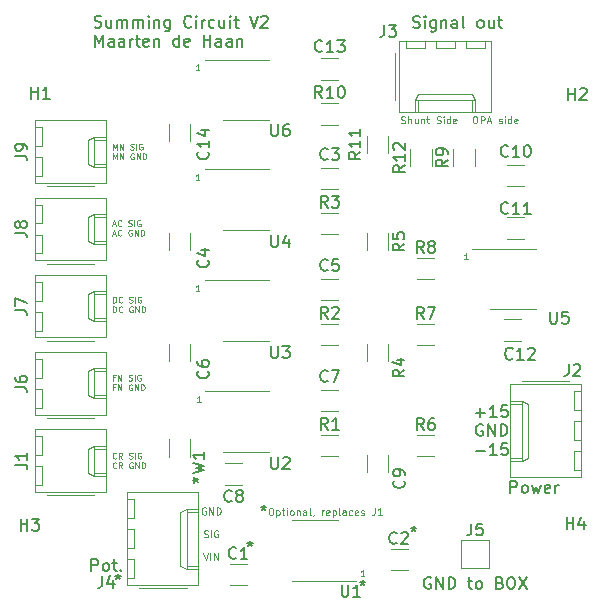
<source format=gto>
%TF.GenerationSoftware,KiCad,Pcbnew,(6.0.1-0)*%
%TF.CreationDate,2022-09-05T12:17:56-04:00*%
%TF.ProjectId,Summing Circuit V5,53756d6d-696e-4672-9043-697263756974,003*%
%TF.SameCoordinates,Original*%
%TF.FileFunction,Legend,Top*%
%TF.FilePolarity,Positive*%
%FSLAX46Y46*%
G04 Gerber Fmt 4.6, Leading zero omitted, Abs format (unit mm)*
G04 Created by KiCad (PCBNEW (6.0.1-0)) date 2022-09-05 12:17:56*
%MOMM*%
%LPD*%
G01*
G04 APERTURE LIST*
%ADD10C,0.099200*%
%ADD11C,0.150000*%
%ADD12C,0.101600*%
%ADD13C,0.120000*%
G04 APERTURE END LIST*
D10*
X92984828Y-76688061D02*
X92689171Y-76688061D01*
X92837000Y-76688061D02*
X92837000Y-76170661D01*
X92787723Y-76244576D01*
X92738447Y-76293852D01*
X92689171Y-76318490D01*
D11*
X97155000Y-88479380D02*
X97155000Y-88717476D01*
X96916904Y-88622238D02*
X97155000Y-88717476D01*
X97393095Y-88622238D01*
X97012142Y-88907952D02*
X97155000Y-88717476D01*
X97297857Y-88907952D01*
X85979000Y-91273380D02*
X85979000Y-91511476D01*
X85740904Y-91416238D02*
X85979000Y-91511476D01*
X86217095Y-91416238D01*
X85836142Y-91701952D02*
X85979000Y-91511476D01*
X86121857Y-91701952D01*
D10*
X93394333Y-85644560D02*
X93337000Y-85615893D01*
X93251000Y-85615893D01*
X93165000Y-85644560D01*
X93107666Y-85701893D01*
X93079000Y-85759226D01*
X93050333Y-85873893D01*
X93050333Y-85959893D01*
X93079000Y-86074560D01*
X93107666Y-86131893D01*
X93165000Y-86189226D01*
X93251000Y-86217893D01*
X93308333Y-86217893D01*
X93394333Y-86189226D01*
X93423000Y-86160560D01*
X93423000Y-85959893D01*
X93308333Y-85959893D01*
X93681000Y-86217893D02*
X93681000Y-85615893D01*
X94025000Y-86217893D01*
X94025000Y-85615893D01*
X94311666Y-86217893D02*
X94311666Y-85615893D01*
X94455000Y-85615893D01*
X94541000Y-85644560D01*
X94598333Y-85701893D01*
X94627000Y-85759226D01*
X94655666Y-85873893D01*
X94655666Y-85959893D01*
X94627000Y-86074560D01*
X94598333Y-86131893D01*
X94541000Y-86189226D01*
X94455000Y-86217893D01*
X94311666Y-86217893D01*
X93236666Y-88127666D02*
X93322666Y-88156333D01*
X93466000Y-88156333D01*
X93523333Y-88127666D01*
X93552000Y-88099000D01*
X93580666Y-88041666D01*
X93580666Y-87984333D01*
X93552000Y-87927000D01*
X93523333Y-87898333D01*
X93466000Y-87869666D01*
X93351333Y-87841000D01*
X93294000Y-87812333D01*
X93265333Y-87783666D01*
X93236666Y-87726333D01*
X93236666Y-87669000D01*
X93265333Y-87611666D01*
X93294000Y-87583000D01*
X93351333Y-87554333D01*
X93494666Y-87554333D01*
X93580666Y-87583000D01*
X93838666Y-88156333D02*
X93838666Y-87554333D01*
X94440666Y-87583000D02*
X94383333Y-87554333D01*
X94297333Y-87554333D01*
X94211333Y-87583000D01*
X94154000Y-87640333D01*
X94125333Y-87697666D01*
X94096666Y-87812333D01*
X94096666Y-87898333D01*
X94125333Y-88013000D01*
X94154000Y-88070333D01*
X94211333Y-88127666D01*
X94297333Y-88156333D01*
X94354666Y-88156333D01*
X94440666Y-88127666D01*
X94469333Y-88099000D01*
X94469333Y-87898333D01*
X94354666Y-87898333D01*
X93193666Y-89492773D02*
X93394333Y-90094773D01*
X93595000Y-89492773D01*
X93795666Y-90094773D02*
X93795666Y-89492773D01*
X94082333Y-90094773D02*
X94082333Y-89492773D01*
X94426333Y-90094773D01*
X94426333Y-89492773D01*
D12*
X85530992Y-55319869D02*
X85530992Y-54811869D01*
X85700325Y-55174726D01*
X85869659Y-54811869D01*
X85869659Y-55319869D01*
X86111563Y-55319869D02*
X86111563Y-54811869D01*
X86401849Y-55319869D01*
X86401849Y-54811869D01*
X87006611Y-55295679D02*
X87079182Y-55319869D01*
X87200135Y-55319869D01*
X87248516Y-55295679D01*
X87272706Y-55271488D01*
X87296897Y-55223107D01*
X87296897Y-55174726D01*
X87272706Y-55126345D01*
X87248516Y-55102155D01*
X87200135Y-55077964D01*
X87103373Y-55053774D01*
X87054992Y-55029583D01*
X87030801Y-55005393D01*
X87006611Y-54957012D01*
X87006611Y-54908631D01*
X87030801Y-54860250D01*
X87054992Y-54836060D01*
X87103373Y-54811869D01*
X87224325Y-54811869D01*
X87296897Y-54836060D01*
X87514611Y-55319869D02*
X87514611Y-54811869D01*
X88022611Y-54836060D02*
X87974230Y-54811869D01*
X87901659Y-54811869D01*
X87829087Y-54836060D01*
X87780706Y-54884440D01*
X87756516Y-54932821D01*
X87732325Y-55029583D01*
X87732325Y-55102155D01*
X87756516Y-55198917D01*
X87780706Y-55247298D01*
X87829087Y-55295679D01*
X87901659Y-55319869D01*
X87950040Y-55319869D01*
X88022611Y-55295679D01*
X88046801Y-55271488D01*
X88046801Y-55102155D01*
X87950040Y-55102155D01*
X85530992Y-56137749D02*
X85530992Y-55629749D01*
X85700325Y-55992606D01*
X85869659Y-55629749D01*
X85869659Y-56137749D01*
X86111563Y-56137749D02*
X86111563Y-55629749D01*
X86401849Y-56137749D01*
X86401849Y-55629749D01*
X87296897Y-55653940D02*
X87248516Y-55629749D01*
X87175944Y-55629749D01*
X87103373Y-55653940D01*
X87054992Y-55702320D01*
X87030801Y-55750701D01*
X87006611Y-55847463D01*
X87006611Y-55920035D01*
X87030801Y-56016797D01*
X87054992Y-56065178D01*
X87103373Y-56113559D01*
X87175944Y-56137749D01*
X87224325Y-56137749D01*
X87296897Y-56113559D01*
X87321087Y-56089368D01*
X87321087Y-55920035D01*
X87224325Y-55920035D01*
X87538801Y-56137749D02*
X87538801Y-55629749D01*
X87829087Y-56137749D01*
X87829087Y-55629749D01*
X88070992Y-56137749D02*
X88070992Y-55629749D01*
X88191944Y-55629749D01*
X88264516Y-55653940D01*
X88312897Y-55702320D01*
X88337087Y-55750701D01*
X88361278Y-55847463D01*
X88361278Y-55920035D01*
X88337087Y-56016797D01*
X88312897Y-56065178D01*
X88264516Y-56113559D01*
X88191944Y-56137749D01*
X88070992Y-56137749D01*
D10*
X92857828Y-57892061D02*
X92562171Y-57892061D01*
X92710000Y-57892061D02*
X92710000Y-57374661D01*
X92660723Y-57448576D01*
X92611447Y-57497852D01*
X92562171Y-57522490D01*
X106827828Y-91420061D02*
X106532171Y-91420061D01*
X106680000Y-91420061D02*
X106680000Y-90902661D01*
X106630723Y-90976576D01*
X106581447Y-91025852D01*
X106532171Y-91050490D01*
X109927520Y-53075666D02*
X110013520Y-53104333D01*
X110156853Y-53104333D01*
X110214186Y-53075666D01*
X110242853Y-53047000D01*
X110271520Y-52989666D01*
X110271520Y-52932333D01*
X110242853Y-52875000D01*
X110214186Y-52846333D01*
X110156853Y-52817666D01*
X110042186Y-52789000D01*
X109984853Y-52760333D01*
X109956186Y-52731666D01*
X109927520Y-52674333D01*
X109927520Y-52617000D01*
X109956186Y-52559666D01*
X109984853Y-52531000D01*
X110042186Y-52502333D01*
X110185520Y-52502333D01*
X110271520Y-52531000D01*
X110529520Y-53104333D02*
X110529520Y-52502333D01*
X110787520Y-53104333D02*
X110787520Y-52789000D01*
X110758853Y-52731666D01*
X110701520Y-52703000D01*
X110615520Y-52703000D01*
X110558186Y-52731666D01*
X110529520Y-52760333D01*
X111332186Y-52703000D02*
X111332186Y-53104333D01*
X111074186Y-52703000D02*
X111074186Y-53018333D01*
X111102853Y-53075666D01*
X111160186Y-53104333D01*
X111246186Y-53104333D01*
X111303520Y-53075666D01*
X111332186Y-53047000D01*
X111618853Y-52703000D02*
X111618853Y-53104333D01*
X111618853Y-52760333D02*
X111647520Y-52731666D01*
X111704853Y-52703000D01*
X111790853Y-52703000D01*
X111848186Y-52731666D01*
X111876853Y-52789000D01*
X111876853Y-53104333D01*
X112077520Y-52703000D02*
X112306853Y-52703000D01*
X112163520Y-52502333D02*
X112163520Y-53018333D01*
X112192186Y-53075666D01*
X112249520Y-53104333D01*
X112306853Y-53104333D01*
X112937520Y-53075666D02*
X113023520Y-53104333D01*
X113166853Y-53104333D01*
X113224186Y-53075666D01*
X113252853Y-53047000D01*
X113281520Y-52989666D01*
X113281520Y-52932333D01*
X113252853Y-52875000D01*
X113224186Y-52846333D01*
X113166853Y-52817666D01*
X113052186Y-52789000D01*
X112994853Y-52760333D01*
X112966186Y-52731666D01*
X112937520Y-52674333D01*
X112937520Y-52617000D01*
X112966186Y-52559666D01*
X112994853Y-52531000D01*
X113052186Y-52502333D01*
X113195520Y-52502333D01*
X113281520Y-52531000D01*
X113539520Y-53104333D02*
X113539520Y-52703000D01*
X113539520Y-52502333D02*
X113510853Y-52531000D01*
X113539520Y-52559666D01*
X113568186Y-52531000D01*
X113539520Y-52502333D01*
X113539520Y-52559666D01*
X114084186Y-53104333D02*
X114084186Y-52502333D01*
X114084186Y-53075666D02*
X114026853Y-53104333D01*
X113912186Y-53104333D01*
X113854853Y-53075666D01*
X113826186Y-53047000D01*
X113797520Y-52989666D01*
X113797520Y-52817666D01*
X113826186Y-52760333D01*
X113854853Y-52731666D01*
X113912186Y-52703000D01*
X114026853Y-52703000D01*
X114084186Y-52731666D01*
X114600186Y-53075666D02*
X114542853Y-53104333D01*
X114428186Y-53104333D01*
X114370853Y-53075666D01*
X114342186Y-53018333D01*
X114342186Y-52789000D01*
X114370853Y-52731666D01*
X114428186Y-52703000D01*
X114542853Y-52703000D01*
X114600186Y-52731666D01*
X114628853Y-52789000D01*
X114628853Y-52846333D01*
X114342186Y-52903666D01*
X92857828Y-67290061D02*
X92562171Y-67290061D01*
X92710000Y-67290061D02*
X92710000Y-66772661D01*
X92660723Y-66846576D01*
X92611447Y-66895852D01*
X92562171Y-66920490D01*
D11*
X110998000Y-87209380D02*
X110998000Y-87447476D01*
X110759904Y-87352238D02*
X110998000Y-87447476D01*
X111236095Y-87352238D01*
X110855142Y-87637952D02*
X110998000Y-87447476D01*
X111140857Y-87637952D01*
X112443095Y-91575000D02*
X112347857Y-91527380D01*
X112205000Y-91527380D01*
X112062142Y-91575000D01*
X111966904Y-91670238D01*
X111919285Y-91765476D01*
X111871666Y-91955952D01*
X111871666Y-92098809D01*
X111919285Y-92289285D01*
X111966904Y-92384523D01*
X112062142Y-92479761D01*
X112205000Y-92527380D01*
X112300238Y-92527380D01*
X112443095Y-92479761D01*
X112490714Y-92432142D01*
X112490714Y-92098809D01*
X112300238Y-92098809D01*
X112919285Y-92527380D02*
X112919285Y-91527380D01*
X113490714Y-92527380D01*
X113490714Y-91527380D01*
X113966904Y-92527380D02*
X113966904Y-91527380D01*
X114205000Y-91527380D01*
X114347857Y-91575000D01*
X114443095Y-91670238D01*
X114490714Y-91765476D01*
X114538333Y-91955952D01*
X114538333Y-92098809D01*
X114490714Y-92289285D01*
X114443095Y-92384523D01*
X114347857Y-92479761D01*
X114205000Y-92527380D01*
X113966904Y-92527380D01*
X115585952Y-91860714D02*
X115966904Y-91860714D01*
X115728809Y-91527380D02*
X115728809Y-92384523D01*
X115776428Y-92479761D01*
X115871666Y-92527380D01*
X115966904Y-92527380D01*
X116443095Y-92527380D02*
X116347857Y-92479761D01*
X116300238Y-92432142D01*
X116252619Y-92336904D01*
X116252619Y-92051190D01*
X116300238Y-91955952D01*
X116347857Y-91908333D01*
X116443095Y-91860714D01*
X116585952Y-91860714D01*
X116681190Y-91908333D01*
X116728809Y-91955952D01*
X116776428Y-92051190D01*
X116776428Y-92336904D01*
X116728809Y-92432142D01*
X116681190Y-92479761D01*
X116585952Y-92527380D01*
X116443095Y-92527380D01*
X118300238Y-92003571D02*
X118443095Y-92051190D01*
X118490714Y-92098809D01*
X118538333Y-92194047D01*
X118538333Y-92336904D01*
X118490714Y-92432142D01*
X118443095Y-92479761D01*
X118347857Y-92527380D01*
X117966904Y-92527380D01*
X117966904Y-91527380D01*
X118300238Y-91527380D01*
X118395476Y-91575000D01*
X118443095Y-91622619D01*
X118490714Y-91717857D01*
X118490714Y-91813095D01*
X118443095Y-91908333D01*
X118395476Y-91955952D01*
X118300238Y-92003571D01*
X117966904Y-92003571D01*
X119157380Y-91527380D02*
X119347857Y-91527380D01*
X119443095Y-91575000D01*
X119538333Y-91670238D01*
X119585952Y-91860714D01*
X119585952Y-92194047D01*
X119538333Y-92384523D01*
X119443095Y-92479761D01*
X119347857Y-92527380D01*
X119157380Y-92527380D01*
X119062142Y-92479761D01*
X118966904Y-92384523D01*
X118919285Y-92194047D01*
X118919285Y-91860714D01*
X118966904Y-91670238D01*
X119062142Y-91575000D01*
X119157380Y-91527380D01*
X119919285Y-91527380D02*
X120585952Y-92527380D01*
X120585952Y-91527380D02*
X119919285Y-92527380D01*
X110966714Y-44981761D02*
X111109571Y-45029380D01*
X111347666Y-45029380D01*
X111442904Y-44981761D01*
X111490523Y-44934142D01*
X111538142Y-44838904D01*
X111538142Y-44743666D01*
X111490523Y-44648428D01*
X111442904Y-44600809D01*
X111347666Y-44553190D01*
X111157190Y-44505571D01*
X111061952Y-44457952D01*
X111014333Y-44410333D01*
X110966714Y-44315095D01*
X110966714Y-44219857D01*
X111014333Y-44124619D01*
X111061952Y-44077000D01*
X111157190Y-44029380D01*
X111395285Y-44029380D01*
X111538142Y-44077000D01*
X111966714Y-45029380D02*
X111966714Y-44362714D01*
X111966714Y-44029380D02*
X111919095Y-44077000D01*
X111966714Y-44124619D01*
X112014333Y-44077000D01*
X111966714Y-44029380D01*
X111966714Y-44124619D01*
X112871476Y-44362714D02*
X112871476Y-45172238D01*
X112823857Y-45267476D01*
X112776238Y-45315095D01*
X112681000Y-45362714D01*
X112538142Y-45362714D01*
X112442904Y-45315095D01*
X112871476Y-44981761D02*
X112776238Y-45029380D01*
X112585761Y-45029380D01*
X112490523Y-44981761D01*
X112442904Y-44934142D01*
X112395285Y-44838904D01*
X112395285Y-44553190D01*
X112442904Y-44457952D01*
X112490523Y-44410333D01*
X112585761Y-44362714D01*
X112776238Y-44362714D01*
X112871476Y-44410333D01*
X113347666Y-44362714D02*
X113347666Y-45029380D01*
X113347666Y-44457952D02*
X113395285Y-44410333D01*
X113490523Y-44362714D01*
X113633380Y-44362714D01*
X113728619Y-44410333D01*
X113776238Y-44505571D01*
X113776238Y-45029380D01*
X114681000Y-45029380D02*
X114681000Y-44505571D01*
X114633380Y-44410333D01*
X114538142Y-44362714D01*
X114347666Y-44362714D01*
X114252428Y-44410333D01*
X114681000Y-44981761D02*
X114585761Y-45029380D01*
X114347666Y-45029380D01*
X114252428Y-44981761D01*
X114204809Y-44886523D01*
X114204809Y-44791285D01*
X114252428Y-44696047D01*
X114347666Y-44648428D01*
X114585761Y-44648428D01*
X114681000Y-44600809D01*
X115300047Y-45029380D02*
X115204809Y-44981761D01*
X115157190Y-44886523D01*
X115157190Y-44029380D01*
X116585761Y-45029380D02*
X116490523Y-44981761D01*
X116442904Y-44934142D01*
X116395285Y-44838904D01*
X116395285Y-44553190D01*
X116442904Y-44457952D01*
X116490523Y-44410333D01*
X116585761Y-44362714D01*
X116728619Y-44362714D01*
X116823857Y-44410333D01*
X116871476Y-44457952D01*
X116919095Y-44553190D01*
X116919095Y-44838904D01*
X116871476Y-44934142D01*
X116823857Y-44981761D01*
X116728619Y-45029380D01*
X116585761Y-45029380D01*
X117776238Y-44362714D02*
X117776238Y-45029380D01*
X117347666Y-44362714D02*
X117347666Y-44886523D01*
X117395285Y-44981761D01*
X117490523Y-45029380D01*
X117633380Y-45029380D01*
X117728619Y-44981761D01*
X117776238Y-44934142D01*
X118109571Y-44362714D02*
X118490523Y-44362714D01*
X118252428Y-44029380D02*
X118252428Y-44886523D01*
X118300047Y-44981761D01*
X118395285Y-45029380D01*
X118490523Y-45029380D01*
D12*
X85530992Y-68273869D02*
X85530992Y-67765869D01*
X85651944Y-67765869D01*
X85724516Y-67790060D01*
X85772897Y-67838440D01*
X85797087Y-67886821D01*
X85821278Y-67983583D01*
X85821278Y-68056155D01*
X85797087Y-68152917D01*
X85772897Y-68201298D01*
X85724516Y-68249679D01*
X85651944Y-68273869D01*
X85530992Y-68273869D01*
X86329278Y-68225488D02*
X86305087Y-68249679D01*
X86232516Y-68273869D01*
X86184135Y-68273869D01*
X86111563Y-68249679D01*
X86063182Y-68201298D01*
X86038992Y-68152917D01*
X86014801Y-68056155D01*
X86014801Y-67983583D01*
X86038992Y-67886821D01*
X86063182Y-67838440D01*
X86111563Y-67790060D01*
X86184135Y-67765869D01*
X86232516Y-67765869D01*
X86305087Y-67790060D01*
X86329278Y-67814250D01*
X86909849Y-68249679D02*
X86982420Y-68273869D01*
X87103373Y-68273869D01*
X87151754Y-68249679D01*
X87175944Y-68225488D01*
X87200135Y-68177107D01*
X87200135Y-68128726D01*
X87175944Y-68080345D01*
X87151754Y-68056155D01*
X87103373Y-68031964D01*
X87006611Y-68007774D01*
X86958230Y-67983583D01*
X86934040Y-67959393D01*
X86909849Y-67911012D01*
X86909849Y-67862631D01*
X86934040Y-67814250D01*
X86958230Y-67790060D01*
X87006611Y-67765869D01*
X87127563Y-67765869D01*
X87200135Y-67790060D01*
X87417849Y-68273869D02*
X87417849Y-67765869D01*
X87925849Y-67790060D02*
X87877468Y-67765869D01*
X87804897Y-67765869D01*
X87732325Y-67790060D01*
X87683944Y-67838440D01*
X87659754Y-67886821D01*
X87635563Y-67983583D01*
X87635563Y-68056155D01*
X87659754Y-68152917D01*
X87683944Y-68201298D01*
X87732325Y-68249679D01*
X87804897Y-68273869D01*
X87853278Y-68273869D01*
X87925849Y-68249679D01*
X87950040Y-68225488D01*
X87950040Y-68056155D01*
X87853278Y-68056155D01*
X85530992Y-69091749D02*
X85530992Y-68583749D01*
X85651944Y-68583749D01*
X85724516Y-68607940D01*
X85772897Y-68656320D01*
X85797087Y-68704701D01*
X85821278Y-68801463D01*
X85821278Y-68874035D01*
X85797087Y-68970797D01*
X85772897Y-69019178D01*
X85724516Y-69067559D01*
X85651944Y-69091749D01*
X85530992Y-69091749D01*
X86329278Y-69043368D02*
X86305087Y-69067559D01*
X86232516Y-69091749D01*
X86184135Y-69091749D01*
X86111563Y-69067559D01*
X86063182Y-69019178D01*
X86038992Y-68970797D01*
X86014801Y-68874035D01*
X86014801Y-68801463D01*
X86038992Y-68704701D01*
X86063182Y-68656320D01*
X86111563Y-68607940D01*
X86184135Y-68583749D01*
X86232516Y-68583749D01*
X86305087Y-68607940D01*
X86329278Y-68632130D01*
X87200135Y-68607940D02*
X87151754Y-68583749D01*
X87079182Y-68583749D01*
X87006611Y-68607940D01*
X86958230Y-68656320D01*
X86934040Y-68704701D01*
X86909849Y-68801463D01*
X86909849Y-68874035D01*
X86934040Y-68970797D01*
X86958230Y-69019178D01*
X87006611Y-69067559D01*
X87079182Y-69091749D01*
X87127563Y-69091749D01*
X87200135Y-69067559D01*
X87224325Y-69043368D01*
X87224325Y-68874035D01*
X87127563Y-68874035D01*
X87442040Y-69091749D02*
X87442040Y-68583749D01*
X87732325Y-69091749D01*
X87732325Y-68583749D01*
X87974230Y-69091749D02*
X87974230Y-68583749D01*
X88095182Y-68583749D01*
X88167754Y-68607940D01*
X88216135Y-68656320D01*
X88240325Y-68704701D01*
X88264516Y-68801463D01*
X88264516Y-68874035D01*
X88240325Y-68970797D01*
X88216135Y-69019178D01*
X88167754Y-69067559D01*
X88095182Y-69091749D01*
X87974230Y-69091749D01*
D11*
X98298000Y-85431380D02*
X98298000Y-85669476D01*
X98059904Y-85574238D02*
X98298000Y-85669476D01*
X98536095Y-85574238D01*
X98155142Y-85859952D02*
X98298000Y-85669476D01*
X98440857Y-85859952D01*
D10*
X115590828Y-64623061D02*
X115295171Y-64623061D01*
X115443000Y-64623061D02*
X115443000Y-64105661D01*
X115393723Y-64179576D01*
X115344447Y-64228852D01*
X115295171Y-64253490D01*
D11*
X106680000Y-91781380D02*
X106680000Y-92019476D01*
X106441904Y-91924238D02*
X106680000Y-92019476D01*
X106918095Y-91924238D01*
X106537142Y-92209952D02*
X106680000Y-92019476D01*
X106822857Y-92209952D01*
X119181809Y-84399380D02*
X119181809Y-83399380D01*
X119562761Y-83399380D01*
X119658000Y-83447000D01*
X119705619Y-83494619D01*
X119753238Y-83589857D01*
X119753238Y-83732714D01*
X119705619Y-83827952D01*
X119658000Y-83875571D01*
X119562761Y-83923190D01*
X119181809Y-83923190D01*
X120324666Y-84399380D02*
X120229428Y-84351761D01*
X120181809Y-84304142D01*
X120134190Y-84208904D01*
X120134190Y-83923190D01*
X120181809Y-83827952D01*
X120229428Y-83780333D01*
X120324666Y-83732714D01*
X120467523Y-83732714D01*
X120562761Y-83780333D01*
X120610380Y-83827952D01*
X120658000Y-83923190D01*
X120658000Y-84208904D01*
X120610380Y-84304142D01*
X120562761Y-84351761D01*
X120467523Y-84399380D01*
X120324666Y-84399380D01*
X120991333Y-83732714D02*
X121181809Y-84399380D01*
X121372285Y-83923190D01*
X121562761Y-84399380D01*
X121753238Y-83732714D01*
X122515142Y-84351761D02*
X122419904Y-84399380D01*
X122229428Y-84399380D01*
X122134190Y-84351761D01*
X122086571Y-84256523D01*
X122086571Y-83875571D01*
X122134190Y-83780333D01*
X122229428Y-83732714D01*
X122419904Y-83732714D01*
X122515142Y-83780333D01*
X122562761Y-83875571D01*
X122562761Y-83970809D01*
X122086571Y-84066047D01*
X122991333Y-84399380D02*
X122991333Y-83732714D01*
X122991333Y-83923190D02*
X123038952Y-83827952D01*
X123086571Y-83780333D01*
X123181809Y-83732714D01*
X123277047Y-83732714D01*
D12*
X85506801Y-61651726D02*
X85748706Y-61651726D01*
X85458420Y-61796869D02*
X85627754Y-61288869D01*
X85797087Y-61796869D01*
X86256706Y-61748488D02*
X86232516Y-61772679D01*
X86159944Y-61796869D01*
X86111563Y-61796869D01*
X86038992Y-61772679D01*
X85990611Y-61724298D01*
X85966420Y-61675917D01*
X85942230Y-61579155D01*
X85942230Y-61506583D01*
X85966420Y-61409821D01*
X85990611Y-61361440D01*
X86038992Y-61313060D01*
X86111563Y-61288869D01*
X86159944Y-61288869D01*
X86232516Y-61313060D01*
X86256706Y-61337250D01*
X86837278Y-61772679D02*
X86909849Y-61796869D01*
X87030801Y-61796869D01*
X87079182Y-61772679D01*
X87103373Y-61748488D01*
X87127563Y-61700107D01*
X87127563Y-61651726D01*
X87103373Y-61603345D01*
X87079182Y-61579155D01*
X87030801Y-61554964D01*
X86934040Y-61530774D01*
X86885659Y-61506583D01*
X86861468Y-61482393D01*
X86837278Y-61434012D01*
X86837278Y-61385631D01*
X86861468Y-61337250D01*
X86885659Y-61313060D01*
X86934040Y-61288869D01*
X87054992Y-61288869D01*
X87127563Y-61313060D01*
X87345278Y-61796869D02*
X87345278Y-61288869D01*
X87853278Y-61313060D02*
X87804897Y-61288869D01*
X87732325Y-61288869D01*
X87659754Y-61313060D01*
X87611373Y-61361440D01*
X87587182Y-61409821D01*
X87562992Y-61506583D01*
X87562992Y-61579155D01*
X87587182Y-61675917D01*
X87611373Y-61724298D01*
X87659754Y-61772679D01*
X87732325Y-61796869D01*
X87780706Y-61796869D01*
X87853278Y-61772679D01*
X87877468Y-61748488D01*
X87877468Y-61579155D01*
X87780706Y-61579155D01*
X85506801Y-62469606D02*
X85748706Y-62469606D01*
X85458420Y-62614749D02*
X85627754Y-62106749D01*
X85797087Y-62614749D01*
X86256706Y-62566368D02*
X86232516Y-62590559D01*
X86159944Y-62614749D01*
X86111563Y-62614749D01*
X86038992Y-62590559D01*
X85990611Y-62542178D01*
X85966420Y-62493797D01*
X85942230Y-62397035D01*
X85942230Y-62324463D01*
X85966420Y-62227701D01*
X85990611Y-62179320D01*
X86038992Y-62130940D01*
X86111563Y-62106749D01*
X86159944Y-62106749D01*
X86232516Y-62130940D01*
X86256706Y-62155130D01*
X87127563Y-62130940D02*
X87079182Y-62106749D01*
X87006611Y-62106749D01*
X86934040Y-62130940D01*
X86885659Y-62179320D01*
X86861468Y-62227701D01*
X86837278Y-62324463D01*
X86837278Y-62397035D01*
X86861468Y-62493797D01*
X86885659Y-62542178D01*
X86934040Y-62590559D01*
X87006611Y-62614749D01*
X87054992Y-62614749D01*
X87127563Y-62590559D01*
X87151754Y-62566368D01*
X87151754Y-62397035D01*
X87054992Y-62397035D01*
X87369468Y-62614749D02*
X87369468Y-62106749D01*
X87659754Y-62614749D01*
X87659754Y-62106749D01*
X87901659Y-62614749D02*
X87901659Y-62106749D01*
X88022611Y-62106749D01*
X88095182Y-62130940D01*
X88143563Y-62179320D01*
X88167754Y-62227701D01*
X88191944Y-62324463D01*
X88191944Y-62397035D01*
X88167754Y-62493797D01*
X88143563Y-62542178D01*
X88095182Y-62590559D01*
X88022611Y-62614749D01*
X87901659Y-62614749D01*
D10*
X116146480Y-52502333D02*
X116261146Y-52502333D01*
X116318480Y-52531000D01*
X116375813Y-52588333D01*
X116404480Y-52703000D01*
X116404480Y-52903666D01*
X116375813Y-53018333D01*
X116318480Y-53075666D01*
X116261146Y-53104333D01*
X116146480Y-53104333D01*
X116089146Y-53075666D01*
X116031813Y-53018333D01*
X116003146Y-52903666D01*
X116003146Y-52703000D01*
X116031813Y-52588333D01*
X116089146Y-52531000D01*
X116146480Y-52502333D01*
X116662480Y-53104333D02*
X116662480Y-52502333D01*
X116891813Y-52502333D01*
X116949146Y-52531000D01*
X116977813Y-52559666D01*
X117006480Y-52617000D01*
X117006480Y-52703000D01*
X116977813Y-52760333D01*
X116949146Y-52789000D01*
X116891813Y-52817666D01*
X116662480Y-52817666D01*
X117235813Y-52932333D02*
X117522480Y-52932333D01*
X117178480Y-53104333D02*
X117379146Y-52502333D01*
X117579813Y-53104333D01*
X118210480Y-53075666D02*
X118267813Y-53104333D01*
X118382480Y-53104333D01*
X118439813Y-53075666D01*
X118468480Y-53018333D01*
X118468480Y-52989666D01*
X118439813Y-52932333D01*
X118382480Y-52903666D01*
X118296480Y-52903666D01*
X118239146Y-52875000D01*
X118210480Y-52817666D01*
X118210480Y-52789000D01*
X118239146Y-52731666D01*
X118296480Y-52703000D01*
X118382480Y-52703000D01*
X118439813Y-52731666D01*
X118726480Y-53104333D02*
X118726480Y-52703000D01*
X118726480Y-52502333D02*
X118697813Y-52531000D01*
X118726480Y-52559666D01*
X118755146Y-52531000D01*
X118726480Y-52502333D01*
X118726480Y-52559666D01*
X119271146Y-53104333D02*
X119271146Y-52502333D01*
X119271146Y-53075666D02*
X119213813Y-53104333D01*
X119099146Y-53104333D01*
X119041813Y-53075666D01*
X119013146Y-53047000D01*
X118984480Y-52989666D01*
X118984480Y-52817666D01*
X119013146Y-52760333D01*
X119041813Y-52731666D01*
X119099146Y-52703000D01*
X119213813Y-52703000D01*
X119271146Y-52731666D01*
X119787146Y-53075666D02*
X119729813Y-53104333D01*
X119615146Y-53104333D01*
X119557813Y-53075666D01*
X119529146Y-53018333D01*
X119529146Y-52789000D01*
X119557813Y-52731666D01*
X119615146Y-52703000D01*
X119729813Y-52703000D01*
X119787146Y-52731666D01*
X119815813Y-52789000D01*
X119815813Y-52846333D01*
X119529146Y-52903666D01*
D11*
X83980976Y-44938761D02*
X84123833Y-44986380D01*
X84361928Y-44986380D01*
X84457166Y-44938761D01*
X84504785Y-44891142D01*
X84552404Y-44795904D01*
X84552404Y-44700666D01*
X84504785Y-44605428D01*
X84457166Y-44557809D01*
X84361928Y-44510190D01*
X84171452Y-44462571D01*
X84076214Y-44414952D01*
X84028595Y-44367333D01*
X83980976Y-44272095D01*
X83980976Y-44176857D01*
X84028595Y-44081619D01*
X84076214Y-44034000D01*
X84171452Y-43986380D01*
X84409547Y-43986380D01*
X84552404Y-44034000D01*
X85409547Y-44319714D02*
X85409547Y-44986380D01*
X84980976Y-44319714D02*
X84980976Y-44843523D01*
X85028595Y-44938761D01*
X85123833Y-44986380D01*
X85266690Y-44986380D01*
X85361928Y-44938761D01*
X85409547Y-44891142D01*
X85885738Y-44986380D02*
X85885738Y-44319714D01*
X85885738Y-44414952D02*
X85933357Y-44367333D01*
X86028595Y-44319714D01*
X86171452Y-44319714D01*
X86266690Y-44367333D01*
X86314309Y-44462571D01*
X86314309Y-44986380D01*
X86314309Y-44462571D02*
X86361928Y-44367333D01*
X86457166Y-44319714D01*
X86600023Y-44319714D01*
X86695261Y-44367333D01*
X86742880Y-44462571D01*
X86742880Y-44986380D01*
X87219071Y-44986380D02*
X87219071Y-44319714D01*
X87219071Y-44414952D02*
X87266690Y-44367333D01*
X87361928Y-44319714D01*
X87504785Y-44319714D01*
X87600023Y-44367333D01*
X87647642Y-44462571D01*
X87647642Y-44986380D01*
X87647642Y-44462571D02*
X87695261Y-44367333D01*
X87790500Y-44319714D01*
X87933357Y-44319714D01*
X88028595Y-44367333D01*
X88076214Y-44462571D01*
X88076214Y-44986380D01*
X88552404Y-44986380D02*
X88552404Y-44319714D01*
X88552404Y-43986380D02*
X88504785Y-44034000D01*
X88552404Y-44081619D01*
X88600023Y-44034000D01*
X88552404Y-43986380D01*
X88552404Y-44081619D01*
X89028595Y-44319714D02*
X89028595Y-44986380D01*
X89028595Y-44414952D02*
X89076214Y-44367333D01*
X89171452Y-44319714D01*
X89314309Y-44319714D01*
X89409547Y-44367333D01*
X89457166Y-44462571D01*
X89457166Y-44986380D01*
X90361928Y-44319714D02*
X90361928Y-45129238D01*
X90314309Y-45224476D01*
X90266690Y-45272095D01*
X90171452Y-45319714D01*
X90028595Y-45319714D01*
X89933357Y-45272095D01*
X90361928Y-44938761D02*
X90266690Y-44986380D01*
X90076214Y-44986380D01*
X89980976Y-44938761D01*
X89933357Y-44891142D01*
X89885738Y-44795904D01*
X89885738Y-44510190D01*
X89933357Y-44414952D01*
X89980976Y-44367333D01*
X90076214Y-44319714D01*
X90266690Y-44319714D01*
X90361928Y-44367333D01*
X92171452Y-44891142D02*
X92123833Y-44938761D01*
X91980976Y-44986380D01*
X91885738Y-44986380D01*
X91742880Y-44938761D01*
X91647642Y-44843523D01*
X91600023Y-44748285D01*
X91552404Y-44557809D01*
X91552404Y-44414952D01*
X91600023Y-44224476D01*
X91647642Y-44129238D01*
X91742880Y-44034000D01*
X91885738Y-43986380D01*
X91980976Y-43986380D01*
X92123833Y-44034000D01*
X92171452Y-44081619D01*
X92600023Y-44986380D02*
X92600023Y-44319714D01*
X92600023Y-43986380D02*
X92552404Y-44034000D01*
X92600023Y-44081619D01*
X92647642Y-44034000D01*
X92600023Y-43986380D01*
X92600023Y-44081619D01*
X93076214Y-44986380D02*
X93076214Y-44319714D01*
X93076214Y-44510190D02*
X93123833Y-44414952D01*
X93171452Y-44367333D01*
X93266690Y-44319714D01*
X93361928Y-44319714D01*
X94123833Y-44938761D02*
X94028595Y-44986380D01*
X93838119Y-44986380D01*
X93742880Y-44938761D01*
X93695261Y-44891142D01*
X93647642Y-44795904D01*
X93647642Y-44510190D01*
X93695261Y-44414952D01*
X93742880Y-44367333D01*
X93838119Y-44319714D01*
X94028595Y-44319714D01*
X94123833Y-44367333D01*
X94980976Y-44319714D02*
X94980976Y-44986380D01*
X94552404Y-44319714D02*
X94552404Y-44843523D01*
X94600023Y-44938761D01*
X94695261Y-44986380D01*
X94838119Y-44986380D01*
X94933357Y-44938761D01*
X94980976Y-44891142D01*
X95457166Y-44986380D02*
X95457166Y-44319714D01*
X95457166Y-43986380D02*
X95409547Y-44034000D01*
X95457166Y-44081619D01*
X95504785Y-44034000D01*
X95457166Y-43986380D01*
X95457166Y-44081619D01*
X95790500Y-44319714D02*
X96171452Y-44319714D01*
X95933357Y-43986380D02*
X95933357Y-44843523D01*
X95980976Y-44938761D01*
X96076214Y-44986380D01*
X96171452Y-44986380D01*
X97123833Y-43986380D02*
X97457166Y-44986380D01*
X97790500Y-43986380D01*
X98076214Y-44081619D02*
X98123833Y-44034000D01*
X98219071Y-43986380D01*
X98457166Y-43986380D01*
X98552404Y-44034000D01*
X98600023Y-44081619D01*
X98647642Y-44176857D01*
X98647642Y-44272095D01*
X98600023Y-44414952D01*
X98028595Y-44986380D01*
X98647642Y-44986380D01*
X84028595Y-46596380D02*
X84028595Y-45596380D01*
X84361928Y-46310666D01*
X84695261Y-45596380D01*
X84695261Y-46596380D01*
X85600023Y-46596380D02*
X85600023Y-46072571D01*
X85552404Y-45977333D01*
X85457166Y-45929714D01*
X85266690Y-45929714D01*
X85171452Y-45977333D01*
X85600023Y-46548761D02*
X85504785Y-46596380D01*
X85266690Y-46596380D01*
X85171452Y-46548761D01*
X85123833Y-46453523D01*
X85123833Y-46358285D01*
X85171452Y-46263047D01*
X85266690Y-46215428D01*
X85504785Y-46215428D01*
X85600023Y-46167809D01*
X86504785Y-46596380D02*
X86504785Y-46072571D01*
X86457166Y-45977333D01*
X86361928Y-45929714D01*
X86171452Y-45929714D01*
X86076214Y-45977333D01*
X86504785Y-46548761D02*
X86409547Y-46596380D01*
X86171452Y-46596380D01*
X86076214Y-46548761D01*
X86028595Y-46453523D01*
X86028595Y-46358285D01*
X86076214Y-46263047D01*
X86171452Y-46215428D01*
X86409547Y-46215428D01*
X86504785Y-46167809D01*
X86980976Y-46596380D02*
X86980976Y-45929714D01*
X86980976Y-46120190D02*
X87028595Y-46024952D01*
X87076214Y-45977333D01*
X87171452Y-45929714D01*
X87266690Y-45929714D01*
X87457166Y-45929714D02*
X87838119Y-45929714D01*
X87600023Y-45596380D02*
X87600023Y-46453523D01*
X87647642Y-46548761D01*
X87742880Y-46596380D01*
X87838119Y-46596380D01*
X88552404Y-46548761D02*
X88457166Y-46596380D01*
X88266690Y-46596380D01*
X88171452Y-46548761D01*
X88123833Y-46453523D01*
X88123833Y-46072571D01*
X88171452Y-45977333D01*
X88266690Y-45929714D01*
X88457166Y-45929714D01*
X88552404Y-45977333D01*
X88600023Y-46072571D01*
X88600023Y-46167809D01*
X88123833Y-46263047D01*
X89028595Y-45929714D02*
X89028595Y-46596380D01*
X89028595Y-46024952D02*
X89076214Y-45977333D01*
X89171452Y-45929714D01*
X89314309Y-45929714D01*
X89409547Y-45977333D01*
X89457166Y-46072571D01*
X89457166Y-46596380D01*
X91123833Y-46596380D02*
X91123833Y-45596380D01*
X91123833Y-46548761D02*
X91028595Y-46596380D01*
X90838119Y-46596380D01*
X90742880Y-46548761D01*
X90695261Y-46501142D01*
X90647642Y-46405904D01*
X90647642Y-46120190D01*
X90695261Y-46024952D01*
X90742880Y-45977333D01*
X90838119Y-45929714D01*
X91028595Y-45929714D01*
X91123833Y-45977333D01*
X91980976Y-46548761D02*
X91885738Y-46596380D01*
X91695261Y-46596380D01*
X91600023Y-46548761D01*
X91552404Y-46453523D01*
X91552404Y-46072571D01*
X91600023Y-45977333D01*
X91695261Y-45929714D01*
X91885738Y-45929714D01*
X91980976Y-45977333D01*
X92028595Y-46072571D01*
X92028595Y-46167809D01*
X91552404Y-46263047D01*
X93219071Y-46596380D02*
X93219071Y-45596380D01*
X93219071Y-46072571D02*
X93790500Y-46072571D01*
X93790500Y-46596380D02*
X93790500Y-45596380D01*
X94695261Y-46596380D02*
X94695261Y-46072571D01*
X94647642Y-45977333D01*
X94552404Y-45929714D01*
X94361928Y-45929714D01*
X94266690Y-45977333D01*
X94695261Y-46548761D02*
X94600023Y-46596380D01*
X94361928Y-46596380D01*
X94266690Y-46548761D01*
X94219071Y-46453523D01*
X94219071Y-46358285D01*
X94266690Y-46263047D01*
X94361928Y-46215428D01*
X94600023Y-46215428D01*
X94695261Y-46167809D01*
X95600023Y-46596380D02*
X95600023Y-46072571D01*
X95552404Y-45977333D01*
X95457166Y-45929714D01*
X95266690Y-45929714D01*
X95171452Y-45977333D01*
X95600023Y-46548761D02*
X95504785Y-46596380D01*
X95266690Y-46596380D01*
X95171452Y-46548761D01*
X95123833Y-46453523D01*
X95123833Y-46358285D01*
X95171452Y-46263047D01*
X95266690Y-46215428D01*
X95504785Y-46215428D01*
X95600023Y-46167809D01*
X96076214Y-45929714D02*
X96076214Y-46596380D01*
X96076214Y-46024952D02*
X96123833Y-45977333D01*
X96219071Y-45929714D01*
X96361928Y-45929714D01*
X96457166Y-45977333D01*
X96504785Y-46072571D01*
X96504785Y-46596380D01*
D12*
X85700325Y-74611774D02*
X85530992Y-74611774D01*
X85530992Y-74877869D02*
X85530992Y-74369869D01*
X85772897Y-74369869D01*
X85966420Y-74877869D02*
X85966420Y-74369869D01*
X86256706Y-74877869D01*
X86256706Y-74369869D01*
X86861468Y-74853679D02*
X86934040Y-74877869D01*
X87054992Y-74877869D01*
X87103373Y-74853679D01*
X87127563Y-74829488D01*
X87151754Y-74781107D01*
X87151754Y-74732726D01*
X87127563Y-74684345D01*
X87103373Y-74660155D01*
X87054992Y-74635964D01*
X86958230Y-74611774D01*
X86909849Y-74587583D01*
X86885659Y-74563393D01*
X86861468Y-74515012D01*
X86861468Y-74466631D01*
X86885659Y-74418250D01*
X86909849Y-74394060D01*
X86958230Y-74369869D01*
X87079182Y-74369869D01*
X87151754Y-74394060D01*
X87369468Y-74877869D02*
X87369468Y-74369869D01*
X87877468Y-74394060D02*
X87829087Y-74369869D01*
X87756516Y-74369869D01*
X87683944Y-74394060D01*
X87635563Y-74442440D01*
X87611373Y-74490821D01*
X87587182Y-74587583D01*
X87587182Y-74660155D01*
X87611373Y-74756917D01*
X87635563Y-74805298D01*
X87683944Y-74853679D01*
X87756516Y-74877869D01*
X87804897Y-74877869D01*
X87877468Y-74853679D01*
X87901659Y-74829488D01*
X87901659Y-74660155D01*
X87804897Y-74660155D01*
X85700325Y-75429654D02*
X85530992Y-75429654D01*
X85530992Y-75695749D02*
X85530992Y-75187749D01*
X85772897Y-75187749D01*
X85966420Y-75695749D02*
X85966420Y-75187749D01*
X86256706Y-75695749D01*
X86256706Y-75187749D01*
X87151754Y-75211940D02*
X87103373Y-75187749D01*
X87030801Y-75187749D01*
X86958230Y-75211940D01*
X86909849Y-75260320D01*
X86885659Y-75308701D01*
X86861468Y-75405463D01*
X86861468Y-75478035D01*
X86885659Y-75574797D01*
X86909849Y-75623178D01*
X86958230Y-75671559D01*
X87030801Y-75695749D01*
X87079182Y-75695749D01*
X87151754Y-75671559D01*
X87175944Y-75647368D01*
X87175944Y-75478035D01*
X87079182Y-75478035D01*
X87393659Y-75695749D02*
X87393659Y-75187749D01*
X87683944Y-75695749D01*
X87683944Y-75187749D01*
X87925849Y-75695749D02*
X87925849Y-75187749D01*
X88046801Y-75187749D01*
X88119373Y-75211940D01*
X88167754Y-75260320D01*
X88191944Y-75308701D01*
X88216135Y-75405463D01*
X88216135Y-75478035D01*
X88191944Y-75574797D01*
X88167754Y-75623178D01*
X88119373Y-75671559D01*
X88046801Y-75695749D01*
X87925849Y-75695749D01*
D10*
X92857828Y-48621061D02*
X92562171Y-48621061D01*
X92710000Y-48621061D02*
X92710000Y-48103661D01*
X92660723Y-48177576D01*
X92611447Y-48226852D01*
X92562171Y-48251490D01*
D11*
X116268666Y-77582428D02*
X117030571Y-77582428D01*
X116649619Y-77963380D02*
X116649619Y-77201476D01*
X118030571Y-77963380D02*
X117459142Y-77963380D01*
X117744857Y-77963380D02*
X117744857Y-76963380D01*
X117649619Y-77106238D01*
X117554380Y-77201476D01*
X117459142Y-77249095D01*
X118935333Y-76963380D02*
X118459142Y-76963380D01*
X118411523Y-77439571D01*
X118459142Y-77391952D01*
X118554380Y-77344333D01*
X118792476Y-77344333D01*
X118887714Y-77391952D01*
X118935333Y-77439571D01*
X118982952Y-77534809D01*
X118982952Y-77772904D01*
X118935333Y-77868142D01*
X118887714Y-77915761D01*
X118792476Y-77963380D01*
X118554380Y-77963380D01*
X118459142Y-77915761D01*
X118411523Y-77868142D01*
X116840095Y-78621000D02*
X116744857Y-78573380D01*
X116602000Y-78573380D01*
X116459142Y-78621000D01*
X116363904Y-78716238D01*
X116316285Y-78811476D01*
X116268666Y-79001952D01*
X116268666Y-79144809D01*
X116316285Y-79335285D01*
X116363904Y-79430523D01*
X116459142Y-79525761D01*
X116602000Y-79573380D01*
X116697238Y-79573380D01*
X116840095Y-79525761D01*
X116887714Y-79478142D01*
X116887714Y-79144809D01*
X116697238Y-79144809D01*
X117316285Y-79573380D02*
X117316285Y-78573380D01*
X117887714Y-79573380D01*
X117887714Y-78573380D01*
X118363904Y-79573380D02*
X118363904Y-78573380D01*
X118602000Y-78573380D01*
X118744857Y-78621000D01*
X118840095Y-78716238D01*
X118887714Y-78811476D01*
X118935333Y-79001952D01*
X118935333Y-79144809D01*
X118887714Y-79335285D01*
X118840095Y-79430523D01*
X118744857Y-79525761D01*
X118602000Y-79573380D01*
X118363904Y-79573380D01*
X116268666Y-80802428D02*
X117030571Y-80802428D01*
X118030571Y-81183380D02*
X117459142Y-81183380D01*
X117744857Y-81183380D02*
X117744857Y-80183380D01*
X117649619Y-80326238D01*
X117554380Y-80421476D01*
X117459142Y-80469095D01*
X118935333Y-80183380D02*
X118459142Y-80183380D01*
X118411523Y-80659571D01*
X118459142Y-80611952D01*
X118554380Y-80564333D01*
X118792476Y-80564333D01*
X118887714Y-80611952D01*
X118935333Y-80659571D01*
X118982952Y-80754809D01*
X118982952Y-80992904D01*
X118935333Y-81088142D01*
X118887714Y-81135761D01*
X118792476Y-81183380D01*
X118554380Y-81183380D01*
X118459142Y-81135761D01*
X118411523Y-81088142D01*
D12*
X85821278Y-81433488D02*
X85797087Y-81457679D01*
X85724516Y-81481869D01*
X85676135Y-81481869D01*
X85603563Y-81457679D01*
X85555182Y-81409298D01*
X85530992Y-81360917D01*
X85506801Y-81264155D01*
X85506801Y-81191583D01*
X85530992Y-81094821D01*
X85555182Y-81046440D01*
X85603563Y-80998060D01*
X85676135Y-80973869D01*
X85724516Y-80973869D01*
X85797087Y-80998060D01*
X85821278Y-81022250D01*
X86329278Y-81481869D02*
X86159944Y-81239964D01*
X86038992Y-81481869D02*
X86038992Y-80973869D01*
X86232516Y-80973869D01*
X86280897Y-80998060D01*
X86305087Y-81022250D01*
X86329278Y-81070631D01*
X86329278Y-81143202D01*
X86305087Y-81191583D01*
X86280897Y-81215774D01*
X86232516Y-81239964D01*
X86038992Y-81239964D01*
X86909849Y-81457679D02*
X86982420Y-81481869D01*
X87103373Y-81481869D01*
X87151754Y-81457679D01*
X87175944Y-81433488D01*
X87200135Y-81385107D01*
X87200135Y-81336726D01*
X87175944Y-81288345D01*
X87151754Y-81264155D01*
X87103373Y-81239964D01*
X87006611Y-81215774D01*
X86958230Y-81191583D01*
X86934040Y-81167393D01*
X86909849Y-81119012D01*
X86909849Y-81070631D01*
X86934040Y-81022250D01*
X86958230Y-80998060D01*
X87006611Y-80973869D01*
X87127563Y-80973869D01*
X87200135Y-80998060D01*
X87417849Y-81481869D02*
X87417849Y-80973869D01*
X87925849Y-80998060D02*
X87877468Y-80973869D01*
X87804897Y-80973869D01*
X87732325Y-80998060D01*
X87683944Y-81046440D01*
X87659754Y-81094821D01*
X87635563Y-81191583D01*
X87635563Y-81264155D01*
X87659754Y-81360917D01*
X87683944Y-81409298D01*
X87732325Y-81457679D01*
X87804897Y-81481869D01*
X87853278Y-81481869D01*
X87925849Y-81457679D01*
X87950040Y-81433488D01*
X87950040Y-81264155D01*
X87853278Y-81264155D01*
X85821278Y-82251368D02*
X85797087Y-82275559D01*
X85724516Y-82299749D01*
X85676135Y-82299749D01*
X85603563Y-82275559D01*
X85555182Y-82227178D01*
X85530992Y-82178797D01*
X85506801Y-82082035D01*
X85506801Y-82009463D01*
X85530992Y-81912701D01*
X85555182Y-81864320D01*
X85603563Y-81815940D01*
X85676135Y-81791749D01*
X85724516Y-81791749D01*
X85797087Y-81815940D01*
X85821278Y-81840130D01*
X86329278Y-82299749D02*
X86159944Y-82057844D01*
X86038992Y-82299749D02*
X86038992Y-81791749D01*
X86232516Y-81791749D01*
X86280897Y-81815940D01*
X86305087Y-81840130D01*
X86329278Y-81888511D01*
X86329278Y-81961082D01*
X86305087Y-82009463D01*
X86280897Y-82033654D01*
X86232516Y-82057844D01*
X86038992Y-82057844D01*
X87200135Y-81815940D02*
X87151754Y-81791749D01*
X87079182Y-81791749D01*
X87006611Y-81815940D01*
X86958230Y-81864320D01*
X86934040Y-81912701D01*
X86909849Y-82009463D01*
X86909849Y-82082035D01*
X86934040Y-82178797D01*
X86958230Y-82227178D01*
X87006611Y-82275559D01*
X87079182Y-82299749D01*
X87127563Y-82299749D01*
X87200135Y-82275559D01*
X87224325Y-82251368D01*
X87224325Y-82082035D01*
X87127563Y-82082035D01*
X87442040Y-82299749D02*
X87442040Y-81791749D01*
X87732325Y-82299749D01*
X87732325Y-81791749D01*
X87974230Y-82299749D02*
X87974230Y-81791749D01*
X88095182Y-81791749D01*
X88167754Y-81815940D01*
X88216135Y-81864320D01*
X88240325Y-81912701D01*
X88264516Y-82009463D01*
X88264516Y-82082035D01*
X88240325Y-82178797D01*
X88216135Y-82227178D01*
X88167754Y-82275559D01*
X88095182Y-82299749D01*
X87974230Y-82299749D01*
D10*
X98861000Y-85649333D02*
X98975666Y-85649333D01*
X99033000Y-85678000D01*
X99090333Y-85735333D01*
X99119000Y-85850000D01*
X99119000Y-86050666D01*
X99090333Y-86165333D01*
X99033000Y-86222666D01*
X98975666Y-86251333D01*
X98861000Y-86251333D01*
X98803666Y-86222666D01*
X98746333Y-86165333D01*
X98717666Y-86050666D01*
X98717666Y-85850000D01*
X98746333Y-85735333D01*
X98803666Y-85678000D01*
X98861000Y-85649333D01*
X99377000Y-85850000D02*
X99377000Y-86452000D01*
X99377000Y-85878666D02*
X99434333Y-85850000D01*
X99549000Y-85850000D01*
X99606333Y-85878666D01*
X99635000Y-85907333D01*
X99663666Y-85964666D01*
X99663666Y-86136666D01*
X99635000Y-86194000D01*
X99606333Y-86222666D01*
X99549000Y-86251333D01*
X99434333Y-86251333D01*
X99377000Y-86222666D01*
X99835666Y-85850000D02*
X100065000Y-85850000D01*
X99921666Y-85649333D02*
X99921666Y-86165333D01*
X99950333Y-86222666D01*
X100007666Y-86251333D01*
X100065000Y-86251333D01*
X100265666Y-86251333D02*
X100265666Y-85850000D01*
X100265666Y-85649333D02*
X100237000Y-85678000D01*
X100265666Y-85706666D01*
X100294333Y-85678000D01*
X100265666Y-85649333D01*
X100265666Y-85706666D01*
X100638333Y-86251333D02*
X100581000Y-86222666D01*
X100552333Y-86194000D01*
X100523666Y-86136666D01*
X100523666Y-85964666D01*
X100552333Y-85907333D01*
X100581000Y-85878666D01*
X100638333Y-85850000D01*
X100724333Y-85850000D01*
X100781666Y-85878666D01*
X100810333Y-85907333D01*
X100839000Y-85964666D01*
X100839000Y-86136666D01*
X100810333Y-86194000D01*
X100781666Y-86222666D01*
X100724333Y-86251333D01*
X100638333Y-86251333D01*
X101097000Y-85850000D02*
X101097000Y-86251333D01*
X101097000Y-85907333D02*
X101125666Y-85878666D01*
X101183000Y-85850000D01*
X101269000Y-85850000D01*
X101326333Y-85878666D01*
X101355000Y-85936000D01*
X101355000Y-86251333D01*
X101899666Y-86251333D02*
X101899666Y-85936000D01*
X101871000Y-85878666D01*
X101813666Y-85850000D01*
X101699000Y-85850000D01*
X101641666Y-85878666D01*
X101899666Y-86222666D02*
X101842333Y-86251333D01*
X101699000Y-86251333D01*
X101641666Y-86222666D01*
X101613000Y-86165333D01*
X101613000Y-86108000D01*
X101641666Y-86050666D01*
X101699000Y-86022000D01*
X101842333Y-86022000D01*
X101899666Y-85993333D01*
X102272333Y-86251333D02*
X102215000Y-86222666D01*
X102186333Y-86165333D01*
X102186333Y-85649333D01*
X102530333Y-86222666D02*
X102530333Y-86251333D01*
X102501666Y-86308666D01*
X102473000Y-86337333D01*
X103247000Y-86251333D02*
X103247000Y-85850000D01*
X103247000Y-85964666D02*
X103275666Y-85907333D01*
X103304333Y-85878666D01*
X103361666Y-85850000D01*
X103419000Y-85850000D01*
X103849000Y-86222666D02*
X103791666Y-86251333D01*
X103677000Y-86251333D01*
X103619666Y-86222666D01*
X103591000Y-86165333D01*
X103591000Y-85936000D01*
X103619666Y-85878666D01*
X103677000Y-85850000D01*
X103791666Y-85850000D01*
X103849000Y-85878666D01*
X103877666Y-85936000D01*
X103877666Y-85993333D01*
X103591000Y-86050666D01*
X104135666Y-85850000D02*
X104135666Y-86452000D01*
X104135666Y-85878666D02*
X104193000Y-85850000D01*
X104307666Y-85850000D01*
X104365000Y-85878666D01*
X104393666Y-85907333D01*
X104422333Y-85964666D01*
X104422333Y-86136666D01*
X104393666Y-86194000D01*
X104365000Y-86222666D01*
X104307666Y-86251333D01*
X104193000Y-86251333D01*
X104135666Y-86222666D01*
X104766333Y-86251333D02*
X104709000Y-86222666D01*
X104680333Y-86165333D01*
X104680333Y-85649333D01*
X105253666Y-86251333D02*
X105253666Y-85936000D01*
X105225000Y-85878666D01*
X105167666Y-85850000D01*
X105053000Y-85850000D01*
X104995666Y-85878666D01*
X105253666Y-86222666D02*
X105196333Y-86251333D01*
X105053000Y-86251333D01*
X104995666Y-86222666D01*
X104967000Y-86165333D01*
X104967000Y-86108000D01*
X104995666Y-86050666D01*
X105053000Y-86022000D01*
X105196333Y-86022000D01*
X105253666Y-85993333D01*
X105798333Y-86222666D02*
X105741000Y-86251333D01*
X105626333Y-86251333D01*
X105569000Y-86222666D01*
X105540333Y-86194000D01*
X105511666Y-86136666D01*
X105511666Y-85964666D01*
X105540333Y-85907333D01*
X105569000Y-85878666D01*
X105626333Y-85850000D01*
X105741000Y-85850000D01*
X105798333Y-85878666D01*
X106285666Y-86222666D02*
X106228333Y-86251333D01*
X106113666Y-86251333D01*
X106056333Y-86222666D01*
X106027666Y-86165333D01*
X106027666Y-85936000D01*
X106056333Y-85878666D01*
X106113666Y-85850000D01*
X106228333Y-85850000D01*
X106285666Y-85878666D01*
X106314333Y-85936000D01*
X106314333Y-85993333D01*
X106027666Y-86050666D01*
X106543666Y-86222666D02*
X106601000Y-86251333D01*
X106715666Y-86251333D01*
X106773000Y-86222666D01*
X106801666Y-86165333D01*
X106801666Y-86136666D01*
X106773000Y-86079333D01*
X106715666Y-86050666D01*
X106629666Y-86050666D01*
X106572333Y-86022000D01*
X106543666Y-85964666D01*
X106543666Y-85936000D01*
X106572333Y-85878666D01*
X106629666Y-85850000D01*
X106715666Y-85850000D01*
X106773000Y-85878666D01*
X107690333Y-85649333D02*
X107690333Y-86079333D01*
X107661666Y-86165333D01*
X107604333Y-86222666D01*
X107518333Y-86251333D01*
X107461000Y-86251333D01*
X108292333Y-86251333D02*
X107948333Y-86251333D01*
X108120333Y-86251333D02*
X108120333Y-85649333D01*
X108063000Y-85735333D01*
X108005666Y-85792666D01*
X107948333Y-85821333D01*
D11*
X92289380Y-83312000D02*
X92527476Y-83312000D01*
X92432238Y-83550095D02*
X92527476Y-83312000D01*
X92432238Y-83073904D01*
X92717952Y-83454857D02*
X92527476Y-83312000D01*
X92717952Y-83169142D01*
X83724904Y-91003380D02*
X83724904Y-90003380D01*
X84105857Y-90003380D01*
X84201095Y-90051000D01*
X84248714Y-90098619D01*
X84296333Y-90193857D01*
X84296333Y-90336714D01*
X84248714Y-90431952D01*
X84201095Y-90479571D01*
X84105857Y-90527190D01*
X83724904Y-90527190D01*
X84867761Y-91003380D02*
X84772523Y-90955761D01*
X84724904Y-90908142D01*
X84677285Y-90812904D01*
X84677285Y-90527190D01*
X84724904Y-90431952D01*
X84772523Y-90384333D01*
X84867761Y-90336714D01*
X85010619Y-90336714D01*
X85105857Y-90384333D01*
X85153476Y-90431952D01*
X85201095Y-90527190D01*
X85201095Y-90812904D01*
X85153476Y-90908142D01*
X85105857Y-90955761D01*
X85010619Y-91003380D01*
X84867761Y-91003380D01*
X85486809Y-90336714D02*
X85867761Y-90336714D01*
X85629666Y-90003380D02*
X85629666Y-90860523D01*
X85677285Y-90955761D01*
X85772523Y-91003380D01*
X85867761Y-91003380D01*
X86201095Y-90908142D02*
X86248714Y-90955761D01*
X86201095Y-91003380D01*
X86153476Y-90955761D01*
X86201095Y-90908142D01*
X86201095Y-91003380D01*
%TO.C,J3*%
X108505666Y-44771380D02*
X108505666Y-45485666D01*
X108458047Y-45628523D01*
X108362809Y-45723761D01*
X108219952Y-45771380D01*
X108124714Y-45771380D01*
X108886619Y-44771380D02*
X109505666Y-44771380D01*
X109172333Y-45152333D01*
X109315190Y-45152333D01*
X109410428Y-45199952D01*
X109458047Y-45247571D01*
X109505666Y-45342809D01*
X109505666Y-45580904D01*
X109458047Y-45676142D01*
X109410428Y-45723761D01*
X109315190Y-45771380D01*
X109029476Y-45771380D01*
X108934238Y-45723761D01*
X108886619Y-45676142D01*
%TO.C,C5*%
X103719333Y-65508142D02*
X103671714Y-65555761D01*
X103528857Y-65603380D01*
X103433619Y-65603380D01*
X103290761Y-65555761D01*
X103195523Y-65460523D01*
X103147904Y-65365285D01*
X103100285Y-65174809D01*
X103100285Y-65031952D01*
X103147904Y-64841476D01*
X103195523Y-64746238D01*
X103290761Y-64651000D01*
X103433619Y-64603380D01*
X103528857Y-64603380D01*
X103671714Y-64651000D01*
X103719333Y-64698619D01*
X104624095Y-64603380D02*
X104147904Y-64603380D01*
X104100285Y-65079571D01*
X104147904Y-65031952D01*
X104243142Y-64984333D01*
X104481238Y-64984333D01*
X104576476Y-65031952D01*
X104624095Y-65079571D01*
X104671714Y-65174809D01*
X104671714Y-65412904D01*
X104624095Y-65508142D01*
X104576476Y-65555761D01*
X104481238Y-65603380D01*
X104243142Y-65603380D01*
X104147904Y-65555761D01*
X104100285Y-65508142D01*
%TO.C,C9*%
X110157142Y-83351666D02*
X110204761Y-83399285D01*
X110252380Y-83542142D01*
X110252380Y-83637380D01*
X110204761Y-83780238D01*
X110109523Y-83875476D01*
X110014285Y-83923095D01*
X109823809Y-83970714D01*
X109680952Y-83970714D01*
X109490476Y-83923095D01*
X109395238Y-83875476D01*
X109300000Y-83780238D01*
X109252380Y-83637380D01*
X109252380Y-83542142D01*
X109300000Y-83399285D01*
X109347619Y-83351666D01*
X110252380Y-82875476D02*
X110252380Y-82685000D01*
X110204761Y-82589761D01*
X110157142Y-82542142D01*
X110014285Y-82446904D01*
X109823809Y-82399285D01*
X109442857Y-82399285D01*
X109347619Y-82446904D01*
X109300000Y-82494523D01*
X109252380Y-82589761D01*
X109252380Y-82780238D01*
X109300000Y-82875476D01*
X109347619Y-82923095D01*
X109442857Y-82970714D01*
X109680952Y-82970714D01*
X109776190Y-82923095D01*
X109823809Y-82875476D01*
X109871428Y-82780238D01*
X109871428Y-82589761D01*
X109823809Y-82494523D01*
X109776190Y-82446904D01*
X109680952Y-82399285D01*
%TO.C,C8*%
X95591333Y-85066142D02*
X95543714Y-85113761D01*
X95400857Y-85161380D01*
X95305619Y-85161380D01*
X95162761Y-85113761D01*
X95067523Y-85018523D01*
X95019904Y-84923285D01*
X94972285Y-84732809D01*
X94972285Y-84589952D01*
X95019904Y-84399476D01*
X95067523Y-84304238D01*
X95162761Y-84209000D01*
X95305619Y-84161380D01*
X95400857Y-84161380D01*
X95543714Y-84209000D01*
X95591333Y-84256619D01*
X96162761Y-84589952D02*
X96067523Y-84542333D01*
X96019904Y-84494714D01*
X95972285Y-84399476D01*
X95972285Y-84351857D01*
X96019904Y-84256619D01*
X96067523Y-84209000D01*
X96162761Y-84161380D01*
X96353238Y-84161380D01*
X96448476Y-84209000D01*
X96496095Y-84256619D01*
X96543714Y-84351857D01*
X96543714Y-84399476D01*
X96496095Y-84494714D01*
X96448476Y-84542333D01*
X96353238Y-84589952D01*
X96162761Y-84589952D01*
X96067523Y-84637571D01*
X96019904Y-84685190D01*
X95972285Y-84780428D01*
X95972285Y-84970904D01*
X96019904Y-85066142D01*
X96067523Y-85113761D01*
X96162761Y-85161380D01*
X96353238Y-85161380D01*
X96448476Y-85113761D01*
X96496095Y-85066142D01*
X96543714Y-84970904D01*
X96543714Y-84780428D01*
X96496095Y-84685190D01*
X96448476Y-84637571D01*
X96353238Y-84589952D01*
%TO.C,R3*%
X103719333Y-60227380D02*
X103386000Y-59751190D01*
X103147904Y-60227380D02*
X103147904Y-59227380D01*
X103528857Y-59227380D01*
X103624095Y-59275000D01*
X103671714Y-59322619D01*
X103719333Y-59417857D01*
X103719333Y-59560714D01*
X103671714Y-59655952D01*
X103624095Y-59703571D01*
X103528857Y-59751190D01*
X103147904Y-59751190D01*
X104052666Y-59227380D02*
X104671714Y-59227380D01*
X104338380Y-59608333D01*
X104481238Y-59608333D01*
X104576476Y-59655952D01*
X104624095Y-59703571D01*
X104671714Y-59798809D01*
X104671714Y-60036904D01*
X104624095Y-60132142D01*
X104576476Y-60179761D01*
X104481238Y-60227380D01*
X104195523Y-60227380D01*
X104100285Y-60179761D01*
X104052666Y-60132142D01*
%TO.C,W1*%
X92289380Y-82692761D02*
X93289380Y-82454666D01*
X92575095Y-82264190D01*
X93289380Y-82073714D01*
X92289380Y-81835619D01*
X93289380Y-80930857D02*
X93289380Y-81502285D01*
X93289380Y-81216571D02*
X92289380Y-81216571D01*
X92432238Y-81311809D01*
X92527476Y-81407047D01*
X92575095Y-81502285D01*
%TO.C,R7*%
X111847333Y-69667380D02*
X111514000Y-69191190D01*
X111275904Y-69667380D02*
X111275904Y-68667380D01*
X111656857Y-68667380D01*
X111752095Y-68715000D01*
X111799714Y-68762619D01*
X111847333Y-68857857D01*
X111847333Y-69000714D01*
X111799714Y-69095952D01*
X111752095Y-69143571D01*
X111656857Y-69191190D01*
X111275904Y-69191190D01*
X112180666Y-68667380D02*
X112847333Y-68667380D01*
X112418761Y-69667380D01*
%TO.C,U5*%
X122555095Y-69048380D02*
X122555095Y-69857904D01*
X122602714Y-69953142D01*
X122650333Y-70000761D01*
X122745571Y-70048380D01*
X122936047Y-70048380D01*
X123031285Y-70000761D01*
X123078904Y-69953142D01*
X123126523Y-69857904D01*
X123126523Y-69048380D01*
X124078904Y-69048380D02*
X123602714Y-69048380D01*
X123555095Y-69524571D01*
X123602714Y-69476952D01*
X123697952Y-69429333D01*
X123936047Y-69429333D01*
X124031285Y-69476952D01*
X124078904Y-69524571D01*
X124126523Y-69619809D01*
X124126523Y-69857904D01*
X124078904Y-69953142D01*
X124031285Y-70000761D01*
X123936047Y-70048380D01*
X123697952Y-70048380D01*
X123602714Y-70000761D01*
X123555095Y-69953142D01*
%TO.C,J7*%
X77267380Y-68913333D02*
X77981666Y-68913333D01*
X78124523Y-68960952D01*
X78219761Y-69056190D01*
X78267380Y-69199047D01*
X78267380Y-69294285D01*
X77267380Y-68532380D02*
X77267380Y-67865714D01*
X78267380Y-68294285D01*
%TO.C,J4*%
X84629666Y-91400380D02*
X84629666Y-92114666D01*
X84582047Y-92257523D01*
X84486809Y-92352761D01*
X84343952Y-92400380D01*
X84248714Y-92400380D01*
X85534428Y-91733714D02*
X85534428Y-92400380D01*
X85296333Y-91352761D02*
X85058238Y-92067047D01*
X85677285Y-92067047D01*
%TO.C,C12*%
X119372142Y-73001142D02*
X119324523Y-73048761D01*
X119181666Y-73096380D01*
X119086428Y-73096380D01*
X118943571Y-73048761D01*
X118848333Y-72953523D01*
X118800714Y-72858285D01*
X118753095Y-72667809D01*
X118753095Y-72524952D01*
X118800714Y-72334476D01*
X118848333Y-72239238D01*
X118943571Y-72144000D01*
X119086428Y-72096380D01*
X119181666Y-72096380D01*
X119324523Y-72144000D01*
X119372142Y-72191619D01*
X120324523Y-73096380D02*
X119753095Y-73096380D01*
X120038809Y-73096380D02*
X120038809Y-72096380D01*
X119943571Y-72239238D01*
X119848333Y-72334476D01*
X119753095Y-72382095D01*
X120705476Y-72191619D02*
X120753095Y-72144000D01*
X120848333Y-72096380D01*
X121086428Y-72096380D01*
X121181666Y-72144000D01*
X121229285Y-72191619D01*
X121276904Y-72286857D01*
X121276904Y-72382095D01*
X121229285Y-72524952D01*
X120657857Y-73096380D01*
X121276904Y-73096380D01*
%TO.C,R9*%
X113884880Y-56173666D02*
X113408690Y-56507000D01*
X113884880Y-56745095D02*
X112884880Y-56745095D01*
X112884880Y-56364142D01*
X112932500Y-56268904D01*
X112980119Y-56221285D01*
X113075357Y-56173666D01*
X113218214Y-56173666D01*
X113313452Y-56221285D01*
X113361071Y-56268904D01*
X113408690Y-56364142D01*
X113408690Y-56745095D01*
X113884880Y-55697476D02*
X113884880Y-55507000D01*
X113837261Y-55411761D01*
X113789642Y-55364142D01*
X113646785Y-55268904D01*
X113456309Y-55221285D01*
X113075357Y-55221285D01*
X112980119Y-55268904D01*
X112932500Y-55316523D01*
X112884880Y-55411761D01*
X112884880Y-55602238D01*
X112932500Y-55697476D01*
X112980119Y-55745095D01*
X113075357Y-55792714D01*
X113313452Y-55792714D01*
X113408690Y-55745095D01*
X113456309Y-55697476D01*
X113503928Y-55602238D01*
X113503928Y-55411761D01*
X113456309Y-55316523D01*
X113408690Y-55268904D01*
X113313452Y-55221285D01*
%TO.C,C1*%
X95972333Y-89892142D02*
X95924714Y-89939761D01*
X95781857Y-89987380D01*
X95686619Y-89987380D01*
X95543761Y-89939761D01*
X95448523Y-89844523D01*
X95400904Y-89749285D01*
X95353285Y-89558809D01*
X95353285Y-89415952D01*
X95400904Y-89225476D01*
X95448523Y-89130238D01*
X95543761Y-89035000D01*
X95686619Y-88987380D01*
X95781857Y-88987380D01*
X95924714Y-89035000D01*
X95972333Y-89082619D01*
X96924714Y-89987380D02*
X96353285Y-89987380D01*
X96639000Y-89987380D02*
X96639000Y-88987380D01*
X96543761Y-89130238D01*
X96448523Y-89225476D01*
X96353285Y-89273095D01*
%TO.C,J8*%
X77267380Y-62372833D02*
X77981666Y-62372833D01*
X78124523Y-62420452D01*
X78219761Y-62515690D01*
X78267380Y-62658547D01*
X78267380Y-62753785D01*
X77695952Y-61753785D02*
X77648333Y-61849023D01*
X77600714Y-61896642D01*
X77505476Y-61944261D01*
X77457857Y-61944261D01*
X77362619Y-61896642D01*
X77315000Y-61849023D01*
X77267380Y-61753785D01*
X77267380Y-61563309D01*
X77315000Y-61468071D01*
X77362619Y-61420452D01*
X77457857Y-61372833D01*
X77505476Y-61372833D01*
X77600714Y-61420452D01*
X77648333Y-61468071D01*
X77695952Y-61563309D01*
X77695952Y-61753785D01*
X77743571Y-61849023D01*
X77791190Y-61896642D01*
X77886428Y-61944261D01*
X78076904Y-61944261D01*
X78172142Y-61896642D01*
X78219761Y-61849023D01*
X78267380Y-61753785D01*
X78267380Y-61563309D01*
X78219761Y-61468071D01*
X78172142Y-61420452D01*
X78076904Y-61372833D01*
X77886428Y-61372833D01*
X77791190Y-61420452D01*
X77743571Y-61468071D01*
X77695952Y-61563309D01*
%TO.C,R12*%
X110265380Y-56649857D02*
X109789190Y-56983190D01*
X110265380Y-57221285D02*
X109265380Y-57221285D01*
X109265380Y-56840333D01*
X109313000Y-56745095D01*
X109360619Y-56697476D01*
X109455857Y-56649857D01*
X109598714Y-56649857D01*
X109693952Y-56697476D01*
X109741571Y-56745095D01*
X109789190Y-56840333D01*
X109789190Y-57221285D01*
X110265380Y-55697476D02*
X110265380Y-56268904D01*
X110265380Y-55983190D02*
X109265380Y-55983190D01*
X109408238Y-56078428D01*
X109503476Y-56173666D01*
X109551095Y-56268904D01*
X109360619Y-55316523D02*
X109313000Y-55268904D01*
X109265380Y-55173666D01*
X109265380Y-54935571D01*
X109313000Y-54840333D01*
X109360619Y-54792714D01*
X109455857Y-54745095D01*
X109551095Y-54745095D01*
X109693952Y-54792714D01*
X110265380Y-55364142D01*
X110265380Y-54745095D01*
%TO.C,H1*%
X78613095Y-50998380D02*
X78613095Y-49998380D01*
X78613095Y-50474571D02*
X79184523Y-50474571D01*
X79184523Y-50998380D02*
X79184523Y-49998380D01*
X80184523Y-50998380D02*
X79613095Y-50998380D01*
X79898809Y-50998380D02*
X79898809Y-49998380D01*
X79803571Y-50141238D01*
X79708333Y-50236476D01*
X79613095Y-50284095D01*
%TO.C,R11*%
X106497380Y-55506857D02*
X106021190Y-55840190D01*
X106497380Y-56078285D02*
X105497380Y-56078285D01*
X105497380Y-55697333D01*
X105545000Y-55602095D01*
X105592619Y-55554476D01*
X105687857Y-55506857D01*
X105830714Y-55506857D01*
X105925952Y-55554476D01*
X105973571Y-55602095D01*
X106021190Y-55697333D01*
X106021190Y-56078285D01*
X106497380Y-54554476D02*
X106497380Y-55125904D01*
X106497380Y-54840190D02*
X105497380Y-54840190D01*
X105640238Y-54935428D01*
X105735476Y-55030666D01*
X105783095Y-55125904D01*
X106497380Y-53602095D02*
X106497380Y-54173523D01*
X106497380Y-53887809D02*
X105497380Y-53887809D01*
X105640238Y-53983047D01*
X105735476Y-54078285D01*
X105783095Y-54173523D01*
%TO.C,U6*%
X98933095Y-53173380D02*
X98933095Y-53982904D01*
X98980714Y-54078142D01*
X99028333Y-54125761D01*
X99123571Y-54173380D01*
X99314047Y-54173380D01*
X99409285Y-54125761D01*
X99456904Y-54078142D01*
X99504523Y-53982904D01*
X99504523Y-53173380D01*
X100409285Y-53173380D02*
X100218809Y-53173380D01*
X100123571Y-53221000D01*
X100075952Y-53268619D01*
X99980714Y-53411476D01*
X99933095Y-53601952D01*
X99933095Y-53982904D01*
X99980714Y-54078142D01*
X100028333Y-54125761D01*
X100123571Y-54173380D01*
X100314047Y-54173380D01*
X100409285Y-54125761D01*
X100456904Y-54078142D01*
X100504523Y-53982904D01*
X100504523Y-53744809D01*
X100456904Y-53649571D01*
X100409285Y-53601952D01*
X100314047Y-53554333D01*
X100123571Y-53554333D01*
X100028333Y-53601952D01*
X99980714Y-53649571D01*
X99933095Y-53744809D01*
%TO.C,J2*%
X124126666Y-73493380D02*
X124126666Y-74207666D01*
X124079047Y-74350523D01*
X123983809Y-74445761D01*
X123840952Y-74493380D01*
X123745714Y-74493380D01*
X124555238Y-73588619D02*
X124602857Y-73541000D01*
X124698095Y-73493380D01*
X124936190Y-73493380D01*
X125031428Y-73541000D01*
X125079047Y-73588619D01*
X125126666Y-73683857D01*
X125126666Y-73779095D01*
X125079047Y-73921952D01*
X124507619Y-74493380D01*
X125126666Y-74493380D01*
%TO.C,C4*%
X93575142Y-64682666D02*
X93622761Y-64730285D01*
X93670380Y-64873142D01*
X93670380Y-64968380D01*
X93622761Y-65111238D01*
X93527523Y-65206476D01*
X93432285Y-65254095D01*
X93241809Y-65301714D01*
X93098952Y-65301714D01*
X92908476Y-65254095D01*
X92813238Y-65206476D01*
X92718000Y-65111238D01*
X92670380Y-64968380D01*
X92670380Y-64873142D01*
X92718000Y-64730285D01*
X92765619Y-64682666D01*
X93003714Y-63825523D02*
X93670380Y-63825523D01*
X92622761Y-64063619D02*
X93337047Y-64301714D01*
X93337047Y-63682666D01*
%TO.C,J5*%
X115871666Y-86989380D02*
X115871666Y-87703666D01*
X115824047Y-87846523D01*
X115728809Y-87941761D01*
X115585952Y-87989380D01*
X115490714Y-87989380D01*
X116824047Y-86989380D02*
X116347857Y-86989380D01*
X116300238Y-87465571D01*
X116347857Y-87417952D01*
X116443095Y-87370333D01*
X116681190Y-87370333D01*
X116776428Y-87417952D01*
X116824047Y-87465571D01*
X116871666Y-87560809D01*
X116871666Y-87798904D01*
X116824047Y-87894142D01*
X116776428Y-87941761D01*
X116681190Y-87989380D01*
X116443095Y-87989380D01*
X116347857Y-87941761D01*
X116300238Y-87894142D01*
%TO.C,C2*%
X109561333Y-88622142D02*
X109513714Y-88669761D01*
X109370857Y-88717380D01*
X109275619Y-88717380D01*
X109132761Y-88669761D01*
X109037523Y-88574523D01*
X108989904Y-88479285D01*
X108942285Y-88288809D01*
X108942285Y-88145952D01*
X108989904Y-87955476D01*
X109037523Y-87860238D01*
X109132761Y-87765000D01*
X109275619Y-87717380D01*
X109370857Y-87717380D01*
X109513714Y-87765000D01*
X109561333Y-87812619D01*
X109942285Y-87812619D02*
X109989904Y-87765000D01*
X110085142Y-87717380D01*
X110323238Y-87717380D01*
X110418476Y-87765000D01*
X110466095Y-87812619D01*
X110513714Y-87907857D01*
X110513714Y-88003095D01*
X110466095Y-88145952D01*
X109894666Y-88717380D01*
X110513714Y-88717380D01*
%TO.C,C13*%
X103243142Y-46966142D02*
X103195523Y-47013761D01*
X103052666Y-47061380D01*
X102957428Y-47061380D01*
X102814571Y-47013761D01*
X102719333Y-46918523D01*
X102671714Y-46823285D01*
X102624095Y-46632809D01*
X102624095Y-46489952D01*
X102671714Y-46299476D01*
X102719333Y-46204238D01*
X102814571Y-46109000D01*
X102957428Y-46061380D01*
X103052666Y-46061380D01*
X103195523Y-46109000D01*
X103243142Y-46156619D01*
X104195523Y-47061380D02*
X103624095Y-47061380D01*
X103909809Y-47061380D02*
X103909809Y-46061380D01*
X103814571Y-46204238D01*
X103719333Y-46299476D01*
X103624095Y-46347095D01*
X104528857Y-46061380D02*
X105147904Y-46061380D01*
X104814571Y-46442333D01*
X104957428Y-46442333D01*
X105052666Y-46489952D01*
X105100285Y-46537571D01*
X105147904Y-46632809D01*
X105147904Y-46870904D01*
X105100285Y-46966142D01*
X105052666Y-47013761D01*
X104957428Y-47061380D01*
X104671714Y-47061380D01*
X104576476Y-47013761D01*
X104528857Y-46966142D01*
%TO.C,H4*%
X123952095Y-87447380D02*
X123952095Y-86447380D01*
X123952095Y-86923571D02*
X124523523Y-86923571D01*
X124523523Y-87447380D02*
X124523523Y-86447380D01*
X125428285Y-86780714D02*
X125428285Y-87447380D01*
X125190190Y-86399761D02*
X124952095Y-87114047D01*
X125571142Y-87114047D01*
%TO.C,C6*%
X93575142Y-74080666D02*
X93622761Y-74128285D01*
X93670380Y-74271142D01*
X93670380Y-74366380D01*
X93622761Y-74509238D01*
X93527523Y-74604476D01*
X93432285Y-74652095D01*
X93241809Y-74699714D01*
X93098952Y-74699714D01*
X92908476Y-74652095D01*
X92813238Y-74604476D01*
X92718000Y-74509238D01*
X92670380Y-74366380D01*
X92670380Y-74271142D01*
X92718000Y-74128285D01*
X92765619Y-74080666D01*
X92670380Y-73223523D02*
X92670380Y-73414000D01*
X92718000Y-73509238D01*
X92765619Y-73556857D01*
X92908476Y-73652095D01*
X93098952Y-73699714D01*
X93479904Y-73699714D01*
X93575142Y-73652095D01*
X93622761Y-73604476D01*
X93670380Y-73509238D01*
X93670380Y-73318761D01*
X93622761Y-73223523D01*
X93575142Y-73175904D01*
X93479904Y-73128285D01*
X93241809Y-73128285D01*
X93146571Y-73175904D01*
X93098952Y-73223523D01*
X93051333Y-73318761D01*
X93051333Y-73509238D01*
X93098952Y-73604476D01*
X93146571Y-73652095D01*
X93241809Y-73699714D01*
%TO.C,H2*%
X124079095Y-51125380D02*
X124079095Y-50125380D01*
X124079095Y-50601571D02*
X124650523Y-50601571D01*
X124650523Y-51125380D02*
X124650523Y-50125380D01*
X125079095Y-50220619D02*
X125126714Y-50173000D01*
X125221952Y-50125380D01*
X125460047Y-50125380D01*
X125555285Y-50173000D01*
X125602904Y-50220619D01*
X125650523Y-50315857D01*
X125650523Y-50411095D01*
X125602904Y-50553952D01*
X125031476Y-51125380D01*
X125650523Y-51125380D01*
%TO.C,U4*%
X98933095Y-62571380D02*
X98933095Y-63380904D01*
X98980714Y-63476142D01*
X99028333Y-63523761D01*
X99123571Y-63571380D01*
X99314047Y-63571380D01*
X99409285Y-63523761D01*
X99456904Y-63476142D01*
X99504523Y-63380904D01*
X99504523Y-62571380D01*
X100409285Y-62904714D02*
X100409285Y-63571380D01*
X100171190Y-62523761D02*
X99933095Y-63238047D01*
X100552142Y-63238047D01*
%TO.C,U1*%
X104902095Y-92162380D02*
X104902095Y-92971904D01*
X104949714Y-93067142D01*
X104997333Y-93114761D01*
X105092571Y-93162380D01*
X105283047Y-93162380D01*
X105378285Y-93114761D01*
X105425904Y-93067142D01*
X105473523Y-92971904D01*
X105473523Y-92162380D01*
X106473523Y-93162380D02*
X105902095Y-93162380D01*
X106187809Y-93162380D02*
X106187809Y-92162380D01*
X106092571Y-92305238D01*
X105997333Y-92400476D01*
X105902095Y-92448095D01*
%TO.C,R2*%
X103719333Y-69625380D02*
X103386000Y-69149190D01*
X103147904Y-69625380D02*
X103147904Y-68625380D01*
X103528857Y-68625380D01*
X103624095Y-68673000D01*
X103671714Y-68720619D01*
X103719333Y-68815857D01*
X103719333Y-68958714D01*
X103671714Y-69053952D01*
X103624095Y-69101571D01*
X103528857Y-69149190D01*
X103147904Y-69149190D01*
X104100285Y-68720619D02*
X104147904Y-68673000D01*
X104243142Y-68625380D01*
X104481238Y-68625380D01*
X104576476Y-68673000D01*
X104624095Y-68720619D01*
X104671714Y-68815857D01*
X104671714Y-68911095D01*
X104624095Y-69053952D01*
X104052666Y-69625380D01*
X104671714Y-69625380D01*
%TO.C,R10*%
X103243142Y-50956380D02*
X102909809Y-50480190D01*
X102671714Y-50956380D02*
X102671714Y-49956380D01*
X103052666Y-49956380D01*
X103147904Y-50004000D01*
X103195523Y-50051619D01*
X103243142Y-50146857D01*
X103243142Y-50289714D01*
X103195523Y-50384952D01*
X103147904Y-50432571D01*
X103052666Y-50480190D01*
X102671714Y-50480190D01*
X104195523Y-50956380D02*
X103624095Y-50956380D01*
X103909809Y-50956380D02*
X103909809Y-49956380D01*
X103814571Y-50099238D01*
X103719333Y-50194476D01*
X103624095Y-50242095D01*
X104814571Y-49956380D02*
X104909809Y-49956380D01*
X105005047Y-50004000D01*
X105052666Y-50051619D01*
X105100285Y-50146857D01*
X105147904Y-50337333D01*
X105147904Y-50575428D01*
X105100285Y-50765904D01*
X105052666Y-50861142D01*
X105005047Y-50908761D01*
X104909809Y-50956380D01*
X104814571Y-50956380D01*
X104719333Y-50908761D01*
X104671714Y-50861142D01*
X104624095Y-50765904D01*
X104576476Y-50575428D01*
X104576476Y-50337333D01*
X104624095Y-50146857D01*
X104671714Y-50051619D01*
X104719333Y-50004000D01*
X104814571Y-49956380D01*
%TO.C,R6*%
X111847333Y-79065380D02*
X111514000Y-78589190D01*
X111275904Y-79065380D02*
X111275904Y-78065380D01*
X111656857Y-78065380D01*
X111752095Y-78113000D01*
X111799714Y-78160619D01*
X111847333Y-78255857D01*
X111847333Y-78398714D01*
X111799714Y-78493952D01*
X111752095Y-78541571D01*
X111656857Y-78589190D01*
X111275904Y-78589190D01*
X112704476Y-78065380D02*
X112514000Y-78065380D01*
X112418761Y-78113000D01*
X112371142Y-78160619D01*
X112275904Y-78303476D01*
X112228285Y-78493952D01*
X112228285Y-78874904D01*
X112275904Y-78970142D01*
X112323523Y-79017761D01*
X112418761Y-79065380D01*
X112609238Y-79065380D01*
X112704476Y-79017761D01*
X112752095Y-78970142D01*
X112799714Y-78874904D01*
X112799714Y-78636809D01*
X112752095Y-78541571D01*
X112704476Y-78493952D01*
X112609238Y-78446333D01*
X112418761Y-78446333D01*
X112323523Y-78493952D01*
X112275904Y-78541571D01*
X112228285Y-78636809D01*
%TO.C,J1*%
X77287380Y-81994333D02*
X78001666Y-81994333D01*
X78144523Y-82041952D01*
X78239761Y-82137190D01*
X78287380Y-82280047D01*
X78287380Y-82375285D01*
X78287380Y-80994333D02*
X78287380Y-81565761D01*
X78287380Y-81280047D02*
X77287380Y-81280047D01*
X77430238Y-81375285D01*
X77525476Y-81470523D01*
X77573095Y-81565761D01*
%TO.C,C7*%
X103719333Y-74906142D02*
X103671714Y-74953761D01*
X103528857Y-75001380D01*
X103433619Y-75001380D01*
X103290761Y-74953761D01*
X103195523Y-74858523D01*
X103147904Y-74763285D01*
X103100285Y-74572809D01*
X103100285Y-74429952D01*
X103147904Y-74239476D01*
X103195523Y-74144238D01*
X103290761Y-74049000D01*
X103433619Y-74001380D01*
X103528857Y-74001380D01*
X103671714Y-74049000D01*
X103719333Y-74096619D01*
X104052666Y-74001380D02*
X104719333Y-74001380D01*
X104290761Y-75001380D01*
%TO.C,R5*%
X110222380Y-63285666D02*
X109746190Y-63619000D01*
X110222380Y-63857095D02*
X109222380Y-63857095D01*
X109222380Y-63476142D01*
X109270000Y-63380904D01*
X109317619Y-63333285D01*
X109412857Y-63285666D01*
X109555714Y-63285666D01*
X109650952Y-63333285D01*
X109698571Y-63380904D01*
X109746190Y-63476142D01*
X109746190Y-63857095D01*
X109222380Y-62380904D02*
X109222380Y-62857095D01*
X109698571Y-62904714D01*
X109650952Y-62857095D01*
X109603333Y-62761857D01*
X109603333Y-62523761D01*
X109650952Y-62428523D01*
X109698571Y-62380904D01*
X109793809Y-62333285D01*
X110031904Y-62333285D01*
X110127142Y-62380904D01*
X110174761Y-62428523D01*
X110222380Y-62523761D01*
X110222380Y-62761857D01*
X110174761Y-62857095D01*
X110127142Y-62904714D01*
%TO.C,R4*%
X110222380Y-73953666D02*
X109746190Y-74287000D01*
X110222380Y-74525095D02*
X109222380Y-74525095D01*
X109222380Y-74144142D01*
X109270000Y-74048904D01*
X109317619Y-74001285D01*
X109412857Y-73953666D01*
X109555714Y-73953666D01*
X109650952Y-74001285D01*
X109698571Y-74048904D01*
X109746190Y-74144142D01*
X109746190Y-74525095D01*
X109555714Y-73096523D02*
X110222380Y-73096523D01*
X109174761Y-73334619D02*
X109889047Y-73572714D01*
X109889047Y-72953666D01*
%TO.C,U3*%
X98933095Y-71969380D02*
X98933095Y-72778904D01*
X98980714Y-72874142D01*
X99028333Y-72921761D01*
X99123571Y-72969380D01*
X99314047Y-72969380D01*
X99409285Y-72921761D01*
X99456904Y-72874142D01*
X99504523Y-72778904D01*
X99504523Y-71969380D01*
X99885476Y-71969380D02*
X100504523Y-71969380D01*
X100171190Y-72350333D01*
X100314047Y-72350333D01*
X100409285Y-72397952D01*
X100456904Y-72445571D01*
X100504523Y-72540809D01*
X100504523Y-72778904D01*
X100456904Y-72874142D01*
X100409285Y-72921761D01*
X100314047Y-72969380D01*
X100028333Y-72969380D01*
X99933095Y-72921761D01*
X99885476Y-72874142D01*
%TO.C,R1*%
X103719333Y-79023380D02*
X103386000Y-78547190D01*
X103147904Y-79023380D02*
X103147904Y-78023380D01*
X103528857Y-78023380D01*
X103624095Y-78071000D01*
X103671714Y-78118619D01*
X103719333Y-78213857D01*
X103719333Y-78356714D01*
X103671714Y-78451952D01*
X103624095Y-78499571D01*
X103528857Y-78547190D01*
X103147904Y-78547190D01*
X104671714Y-79023380D02*
X104100285Y-79023380D01*
X104386000Y-79023380D02*
X104386000Y-78023380D01*
X104290761Y-78166238D01*
X104195523Y-78261476D01*
X104100285Y-78309095D01*
%TO.C,H3*%
X77724095Y-87574380D02*
X77724095Y-86574380D01*
X77724095Y-87050571D02*
X78295523Y-87050571D01*
X78295523Y-87574380D02*
X78295523Y-86574380D01*
X78676476Y-86574380D02*
X79295523Y-86574380D01*
X78962190Y-86955333D01*
X79105047Y-86955333D01*
X79200285Y-87002952D01*
X79247904Y-87050571D01*
X79295523Y-87145809D01*
X79295523Y-87383904D01*
X79247904Y-87479142D01*
X79200285Y-87526761D01*
X79105047Y-87574380D01*
X78819333Y-87574380D01*
X78724095Y-87526761D01*
X78676476Y-87479142D01*
%TO.C,C3*%
X103719333Y-56110142D02*
X103671714Y-56157761D01*
X103528857Y-56205380D01*
X103433619Y-56205380D01*
X103290761Y-56157761D01*
X103195523Y-56062523D01*
X103147904Y-55967285D01*
X103100285Y-55776809D01*
X103100285Y-55633952D01*
X103147904Y-55443476D01*
X103195523Y-55348238D01*
X103290761Y-55253000D01*
X103433619Y-55205380D01*
X103528857Y-55205380D01*
X103671714Y-55253000D01*
X103719333Y-55300619D01*
X104052666Y-55205380D02*
X104671714Y-55205380D01*
X104338380Y-55586333D01*
X104481238Y-55586333D01*
X104576476Y-55633952D01*
X104624095Y-55681571D01*
X104671714Y-55776809D01*
X104671714Y-56014904D01*
X104624095Y-56110142D01*
X104576476Y-56157761D01*
X104481238Y-56205380D01*
X104195523Y-56205380D01*
X104100285Y-56157761D01*
X104052666Y-56110142D01*
%TO.C,C14*%
X93575142Y-55506857D02*
X93622761Y-55554476D01*
X93670380Y-55697333D01*
X93670380Y-55792571D01*
X93622761Y-55935428D01*
X93527523Y-56030666D01*
X93432285Y-56078285D01*
X93241809Y-56125904D01*
X93098952Y-56125904D01*
X92908476Y-56078285D01*
X92813238Y-56030666D01*
X92718000Y-55935428D01*
X92670380Y-55792571D01*
X92670380Y-55697333D01*
X92718000Y-55554476D01*
X92765619Y-55506857D01*
X93670380Y-54554476D02*
X93670380Y-55125904D01*
X93670380Y-54840190D02*
X92670380Y-54840190D01*
X92813238Y-54935428D01*
X92908476Y-55030666D01*
X92956095Y-55125904D01*
X93003714Y-53697333D02*
X93670380Y-53697333D01*
X92622761Y-53935428D02*
X93337047Y-54173523D01*
X93337047Y-53554476D01*
%TO.C,C10*%
X118991142Y-55856142D02*
X118943523Y-55903761D01*
X118800666Y-55951380D01*
X118705428Y-55951380D01*
X118562571Y-55903761D01*
X118467333Y-55808523D01*
X118419714Y-55713285D01*
X118372095Y-55522809D01*
X118372095Y-55379952D01*
X118419714Y-55189476D01*
X118467333Y-55094238D01*
X118562571Y-54999000D01*
X118705428Y-54951380D01*
X118800666Y-54951380D01*
X118943523Y-54999000D01*
X118991142Y-55046619D01*
X119943523Y-55951380D02*
X119372095Y-55951380D01*
X119657809Y-55951380D02*
X119657809Y-54951380D01*
X119562571Y-55094238D01*
X119467333Y-55189476D01*
X119372095Y-55237095D01*
X120562571Y-54951380D02*
X120657809Y-54951380D01*
X120753047Y-54999000D01*
X120800666Y-55046619D01*
X120848285Y-55141857D01*
X120895904Y-55332333D01*
X120895904Y-55570428D01*
X120848285Y-55760904D01*
X120800666Y-55856142D01*
X120753047Y-55903761D01*
X120657809Y-55951380D01*
X120562571Y-55951380D01*
X120467333Y-55903761D01*
X120419714Y-55856142D01*
X120372095Y-55760904D01*
X120324476Y-55570428D01*
X120324476Y-55332333D01*
X120372095Y-55141857D01*
X120419714Y-55046619D01*
X120467333Y-54999000D01*
X120562571Y-54951380D01*
%TO.C,J9*%
X77267380Y-55832333D02*
X77981666Y-55832333D01*
X78124523Y-55879952D01*
X78219761Y-55975190D01*
X78267380Y-56118047D01*
X78267380Y-56213285D01*
X78267380Y-55308523D02*
X78267380Y-55118047D01*
X78219761Y-55022809D01*
X78172142Y-54975190D01*
X78029285Y-54879952D01*
X77838809Y-54832333D01*
X77457857Y-54832333D01*
X77362619Y-54879952D01*
X77315000Y-54927571D01*
X77267380Y-55022809D01*
X77267380Y-55213285D01*
X77315000Y-55308523D01*
X77362619Y-55356142D01*
X77457857Y-55403761D01*
X77695952Y-55403761D01*
X77791190Y-55356142D01*
X77838809Y-55308523D01*
X77886428Y-55213285D01*
X77886428Y-55022809D01*
X77838809Y-54927571D01*
X77791190Y-54879952D01*
X77695952Y-54832333D01*
%TO.C,C11*%
X118991142Y-60682142D02*
X118943523Y-60729761D01*
X118800666Y-60777380D01*
X118705428Y-60777380D01*
X118562571Y-60729761D01*
X118467333Y-60634523D01*
X118419714Y-60539285D01*
X118372095Y-60348809D01*
X118372095Y-60205952D01*
X118419714Y-60015476D01*
X118467333Y-59920238D01*
X118562571Y-59825000D01*
X118705428Y-59777380D01*
X118800666Y-59777380D01*
X118943523Y-59825000D01*
X118991142Y-59872619D01*
X119943523Y-60777380D02*
X119372095Y-60777380D01*
X119657809Y-60777380D02*
X119657809Y-59777380D01*
X119562571Y-59920238D01*
X119467333Y-60015476D01*
X119372095Y-60063095D01*
X120895904Y-60777380D02*
X120324476Y-60777380D01*
X120610190Y-60777380D02*
X120610190Y-59777380D01*
X120514952Y-59920238D01*
X120419714Y-60015476D01*
X120324476Y-60063095D01*
%TO.C,U2*%
X98933095Y-81367380D02*
X98933095Y-82176904D01*
X98980714Y-82272142D01*
X99028333Y-82319761D01*
X99123571Y-82367380D01*
X99314047Y-82367380D01*
X99409285Y-82319761D01*
X99456904Y-82272142D01*
X99504523Y-82176904D01*
X99504523Y-81367380D01*
X99933095Y-81462619D02*
X99980714Y-81415000D01*
X100075952Y-81367380D01*
X100314047Y-81367380D01*
X100409285Y-81415000D01*
X100456904Y-81462619D01*
X100504523Y-81557857D01*
X100504523Y-81653095D01*
X100456904Y-81795952D01*
X99885476Y-82367380D01*
X100504523Y-82367380D01*
%TO.C,R8*%
X111847333Y-64079380D02*
X111514000Y-63603190D01*
X111275904Y-64079380D02*
X111275904Y-63079380D01*
X111656857Y-63079380D01*
X111752095Y-63127000D01*
X111799714Y-63174619D01*
X111847333Y-63269857D01*
X111847333Y-63412714D01*
X111799714Y-63507952D01*
X111752095Y-63555571D01*
X111656857Y-63603190D01*
X111275904Y-63603190D01*
X112418761Y-63507952D02*
X112323523Y-63460333D01*
X112275904Y-63412714D01*
X112228285Y-63317476D01*
X112228285Y-63269857D01*
X112275904Y-63174619D01*
X112323523Y-63127000D01*
X112418761Y-63079380D01*
X112609238Y-63079380D01*
X112704476Y-63127000D01*
X112752095Y-63174619D01*
X112799714Y-63269857D01*
X112799714Y-63317476D01*
X112752095Y-63412714D01*
X112704476Y-63460333D01*
X112609238Y-63507952D01*
X112418761Y-63507952D01*
X112323523Y-63555571D01*
X112275904Y-63603190D01*
X112228285Y-63698428D01*
X112228285Y-63888904D01*
X112275904Y-63984142D01*
X112323523Y-64031761D01*
X112418761Y-64079380D01*
X112609238Y-64079380D01*
X112704476Y-64031761D01*
X112752095Y-63984142D01*
X112799714Y-63888904D01*
X112799714Y-63698428D01*
X112752095Y-63603190D01*
X112704476Y-63555571D01*
X112609238Y-63507952D01*
%TO.C,J6*%
X77267380Y-75453833D02*
X77981666Y-75453833D01*
X78124523Y-75501452D01*
X78219761Y-75596690D01*
X78267380Y-75739547D01*
X78267380Y-75834785D01*
X77267380Y-74549071D02*
X77267380Y-74739547D01*
X77315000Y-74834785D01*
X77362619Y-74882404D01*
X77505476Y-74977642D01*
X77695952Y-75025261D01*
X78076904Y-75025261D01*
X78172142Y-74977642D01*
X78219761Y-74930023D01*
X78267380Y-74834785D01*
X78267380Y-74644309D01*
X78219761Y-74549071D01*
X78172142Y-74501452D01*
X78076904Y-74453833D01*
X77838809Y-74453833D01*
X77743571Y-74501452D01*
X77695952Y-74549071D01*
X77648333Y-74644309D01*
X77648333Y-74834785D01*
X77695952Y-74930023D01*
X77743571Y-74977642D01*
X77838809Y-75025261D01*
D13*
%TO.C,J3*%
X111125000Y-52139000D02*
X111125000Y-51139000D01*
X117585000Y-52139000D02*
X117585000Y-46119000D01*
X111925000Y-46719000D02*
X111925000Y-46119000D01*
X114465000Y-46719000D02*
X114465000Y-46119000D01*
X110325000Y-46119000D02*
X110325000Y-46719000D01*
X109745000Y-52139000D02*
X117585000Y-52139000D01*
X110325000Y-46719000D02*
X111925000Y-46719000D01*
X111375000Y-52139000D02*
X111375000Y-51139000D01*
X115955000Y-50609000D02*
X116205000Y-51139000D01*
X117585000Y-46119000D02*
X109745000Y-46119000D01*
X115955000Y-52139000D02*
X115955000Y-51139000D01*
X112865000Y-46119000D02*
X112865000Y-46719000D01*
X117005000Y-46719000D02*
X117005000Y-46119000D01*
X111375000Y-50609000D02*
X115955000Y-50609000D01*
X111125000Y-51139000D02*
X111375000Y-50609000D01*
X109745000Y-46119000D02*
X109745000Y-52139000D01*
X115405000Y-46119000D02*
X115405000Y-46719000D01*
X109455000Y-47149000D02*
X109455000Y-51149000D01*
X111125000Y-51139000D02*
X116205000Y-51139000D01*
X112865000Y-46719000D02*
X114465000Y-46719000D01*
X115405000Y-46719000D02*
X117005000Y-46719000D01*
X116205000Y-51139000D02*
X116205000Y-52139000D01*
%TO.C,C5*%
X104597252Y-66273000D02*
X103174748Y-66273000D01*
X104597252Y-68093000D02*
X103174748Y-68093000D01*
%TO.C,C9*%
X108860000Y-81203748D02*
X108860000Y-82626252D01*
X107040000Y-81203748D02*
X107040000Y-82626252D01*
%TO.C,C8*%
X96469252Y-83714000D02*
X95046748Y-83714000D01*
X96469252Y-81894000D02*
X95046748Y-81894000D01*
%TO.C,R3*%
X103158936Y-62505000D02*
X104613064Y-62505000D01*
X103158936Y-60685000D02*
X104613064Y-60685000D01*
%TO.C,W1*%
X90276000Y-79856436D02*
X90276000Y-81310564D01*
X92096000Y-79856436D02*
X92096000Y-81310564D01*
%TO.C,R7*%
X112741064Y-70083000D02*
X111286936Y-70083000D01*
X112741064Y-71903000D02*
X111286936Y-71903000D01*
%TO.C,U5*%
X119380000Y-68854000D02*
X121330000Y-68854000D01*
X119380000Y-63734000D02*
X115930000Y-63734000D01*
X119380000Y-68854000D02*
X117430000Y-68854000D01*
X119380000Y-63734000D02*
X121330000Y-63734000D01*
%TO.C,J7*%
X79505000Y-68110000D02*
X79505000Y-66510000D01*
X84925000Y-69850000D02*
X83925000Y-69850000D01*
X84925000Y-67560000D02*
X83925000Y-67560000D01*
X79505000Y-66510000D02*
X78905000Y-66510000D01*
X83395000Y-67560000D02*
X83925000Y-67310000D01*
X79935000Y-71520000D02*
X83935000Y-71520000D01*
X84925000Y-71230000D02*
X84925000Y-65930000D01*
X84925000Y-65930000D02*
X78905000Y-65930000D01*
X79505000Y-70650000D02*
X79505000Y-69050000D01*
X83925000Y-69850000D02*
X83395000Y-69600000D01*
X83925000Y-69850000D02*
X83925000Y-67310000D01*
X78905000Y-70650000D02*
X79505000Y-70650000D01*
X84925000Y-69600000D02*
X83925000Y-69600000D01*
X83925000Y-67310000D02*
X84925000Y-67310000D01*
X78905000Y-68110000D02*
X79505000Y-68110000D01*
X78905000Y-71230000D02*
X84925000Y-71230000D01*
X83395000Y-69600000D02*
X83395000Y-67560000D01*
X79505000Y-69050000D02*
X78905000Y-69050000D01*
X78905000Y-65930000D02*
X78905000Y-71230000D01*
%TO.C,J4*%
X87359000Y-86525000D02*
X87359000Y-84925000D01*
X91779000Y-85725000D02*
X92779000Y-85725000D01*
X91779000Y-90805000D02*
X91779000Y-85725000D01*
X87359000Y-90005000D02*
X86759000Y-90005000D01*
X92779000Y-84345000D02*
X86759000Y-84345000D01*
X87359000Y-87465000D02*
X86759000Y-87465000D01*
X86759000Y-89065000D02*
X87359000Y-89065000D01*
X87359000Y-91605000D02*
X87359000Y-90005000D01*
X91779000Y-90805000D02*
X91249000Y-90555000D01*
X92779000Y-85975000D02*
X91779000Y-85975000D01*
X87789000Y-92475000D02*
X91789000Y-92475000D01*
X87359000Y-84925000D02*
X86759000Y-84925000D01*
X92779000Y-90805000D02*
X91779000Y-90805000D01*
X86759000Y-86525000D02*
X87359000Y-86525000D01*
X91249000Y-85975000D02*
X91779000Y-85725000D01*
X92779000Y-92185000D02*
X92779000Y-84345000D01*
X91249000Y-90555000D02*
X91249000Y-85975000D01*
X87359000Y-89065000D02*
X87359000Y-87465000D01*
X86759000Y-92185000D02*
X92779000Y-92185000D01*
X86759000Y-91605000D02*
X87359000Y-91605000D01*
X86759000Y-84345000D02*
X86759000Y-92185000D01*
X92779000Y-90555000D02*
X91779000Y-90555000D01*
%TO.C,C12*%
X120091252Y-71522000D02*
X118668748Y-71522000D01*
X120091252Y-69702000D02*
X118668748Y-69702000D01*
%TO.C,R9*%
X116162500Y-56734064D02*
X116162500Y-55279936D01*
X114342500Y-56734064D02*
X114342500Y-55279936D01*
%TO.C,C1*%
X96850252Y-92223000D02*
X95427748Y-92223000D01*
X96850252Y-90403000D02*
X95427748Y-90403000D01*
%TO.C,J8*%
X84925000Y-63309500D02*
X83925000Y-63309500D01*
X83925000Y-63309500D02*
X83395000Y-63059500D01*
X83925000Y-63309500D02*
X83925000Y-60769500D01*
X79505000Y-62509500D02*
X78905000Y-62509500D01*
X78905000Y-61569500D02*
X79505000Y-61569500D01*
X79505000Y-64109500D02*
X79505000Y-62509500D01*
X78905000Y-64689500D02*
X84925000Y-64689500D01*
X78905000Y-59389500D02*
X78905000Y-64689500D01*
X79935000Y-64979500D02*
X83935000Y-64979500D01*
X78905000Y-64109500D02*
X79505000Y-64109500D01*
X83395000Y-61019500D02*
X83925000Y-60769500D01*
X84925000Y-64689500D02*
X84925000Y-59389500D01*
X79505000Y-61569500D02*
X79505000Y-59969500D01*
X79505000Y-59969500D02*
X78905000Y-59969500D01*
X84925000Y-59389500D02*
X78905000Y-59389500D01*
X83395000Y-63059500D02*
X83395000Y-61019500D01*
X83925000Y-60769500D02*
X84925000Y-60769500D01*
X84925000Y-61019500D02*
X83925000Y-61019500D01*
X84925000Y-63059500D02*
X83925000Y-63059500D01*
%TO.C,R12*%
X112543000Y-56734064D02*
X112543000Y-55279936D01*
X110723000Y-56734064D02*
X110723000Y-55279936D01*
%TO.C,R11*%
X108860000Y-54136936D02*
X108860000Y-55591064D01*
X107040000Y-54136936D02*
X107040000Y-55591064D01*
%TO.C,U6*%
X96774000Y-47732000D02*
X98724000Y-47732000D01*
X96774000Y-52852000D02*
X98724000Y-52852000D01*
X96774000Y-47732000D02*
X93324000Y-47732000D01*
X96774000Y-52852000D02*
X94824000Y-52852000D01*
%TO.C,J2*%
X124584000Y-82461000D02*
X125184000Y-82461000D01*
X120164000Y-81661000D02*
X119164000Y-81661000D01*
X119164000Y-83041000D02*
X125184000Y-83041000D01*
X120164000Y-76581000D02*
X120694000Y-76831000D01*
X119164000Y-76831000D02*
X120164000Y-76831000D01*
X125184000Y-75781000D02*
X124584000Y-75781000D01*
X120694000Y-81411000D02*
X120164000Y-81661000D01*
X125184000Y-80861000D02*
X124584000Y-80861000D01*
X124584000Y-77381000D02*
X125184000Y-77381000D01*
X124584000Y-79921000D02*
X125184000Y-79921000D01*
X119164000Y-76581000D02*
X120164000Y-76581000D01*
X124154000Y-74911000D02*
X120154000Y-74911000D01*
X120694000Y-76831000D02*
X120694000Y-81411000D01*
X125184000Y-83041000D02*
X125184000Y-75201000D01*
X119164000Y-75201000D02*
X119164000Y-83041000D01*
X120164000Y-76581000D02*
X120164000Y-81661000D01*
X125184000Y-75201000D02*
X119164000Y-75201000D01*
X125184000Y-78321000D02*
X124584000Y-78321000D01*
X124584000Y-80861000D02*
X124584000Y-82461000D01*
X119164000Y-81411000D02*
X120164000Y-81411000D01*
X124584000Y-75781000D02*
X124584000Y-77381000D01*
X124584000Y-78321000D02*
X124584000Y-79921000D01*
%TO.C,C4*%
X90276000Y-63830252D02*
X90276000Y-62407748D01*
X92096000Y-63830252D02*
X92096000Y-62407748D01*
%TO.C,J5*%
X117405000Y-90735000D02*
X115005000Y-90735000D01*
X117405000Y-88335000D02*
X117405000Y-90735000D01*
X115005000Y-88335000D02*
X117405000Y-88335000D01*
X115005000Y-90735000D02*
X115005000Y-88335000D01*
%TO.C,C2*%
X109081748Y-89133000D02*
X110504252Y-89133000D01*
X109081748Y-90953000D02*
X110504252Y-90953000D01*
%TO.C,C13*%
X104597252Y-47604000D02*
X103174748Y-47604000D01*
X104597252Y-49424000D02*
X103174748Y-49424000D01*
%TO.C,C6*%
X92096000Y-73228252D02*
X92096000Y-71805748D01*
X90276000Y-73228252D02*
X90276000Y-71805748D01*
%TO.C,U4*%
X96774000Y-57003000D02*
X98724000Y-57003000D01*
X96774000Y-57003000D02*
X93324000Y-57003000D01*
X96774000Y-62123000D02*
X94824000Y-62123000D01*
X96774000Y-62123000D02*
X98724000Y-62123000D01*
%TO.C,U1*%
X102681000Y-91841000D02*
X106131000Y-91841000D01*
X102681000Y-86721000D02*
X100731000Y-86721000D01*
X102681000Y-86721000D02*
X104631000Y-86721000D01*
X102681000Y-91841000D02*
X100731000Y-91841000D01*
%TO.C,R2*%
X103158936Y-70083000D02*
X104613064Y-70083000D01*
X103158936Y-71903000D02*
X104613064Y-71903000D01*
%TO.C,R10*%
X103158936Y-51414000D02*
X104613064Y-51414000D01*
X103158936Y-53234000D02*
X104613064Y-53234000D01*
%TO.C,R6*%
X112741064Y-79481000D02*
X111286936Y-79481000D01*
X112741064Y-81301000D02*
X111286936Y-81301000D01*
%TO.C,J1*%
X79525000Y-83731000D02*
X79525000Y-82131000D01*
X79525000Y-82131000D02*
X78925000Y-82131000D01*
X78925000Y-81191000D02*
X79525000Y-81191000D01*
X84945000Y-84311000D02*
X84945000Y-79011000D01*
X83415000Y-80641000D02*
X83945000Y-80391000D01*
X83945000Y-80391000D02*
X84945000Y-80391000D01*
X78925000Y-79011000D02*
X78925000Y-84311000D01*
X79525000Y-81191000D02*
X79525000Y-79591000D01*
X84945000Y-79011000D02*
X78925000Y-79011000D01*
X83415000Y-82681000D02*
X83415000Y-80641000D01*
X84945000Y-82931000D02*
X83945000Y-82931000D01*
X84945000Y-80641000D02*
X83945000Y-80641000D01*
X84945000Y-82681000D02*
X83945000Y-82681000D01*
X78925000Y-84311000D02*
X84945000Y-84311000D01*
X83945000Y-82931000D02*
X83945000Y-80391000D01*
X83945000Y-82931000D02*
X83415000Y-82681000D01*
X79955000Y-84601000D02*
X83955000Y-84601000D01*
X79525000Y-79591000D02*
X78925000Y-79591000D01*
X78925000Y-83731000D02*
X79525000Y-83731000D01*
%TO.C,C7*%
X104597252Y-75671000D02*
X103174748Y-75671000D01*
X104597252Y-77491000D02*
X103174748Y-77491000D01*
%TO.C,R5*%
X107040000Y-62391936D02*
X107040000Y-63846064D01*
X108860000Y-62391936D02*
X108860000Y-63846064D01*
%TO.C,R4*%
X108860000Y-71789936D02*
X108860000Y-73244064D01*
X107040000Y-71789936D02*
X107040000Y-73244064D01*
%TO.C,U3*%
X96774000Y-66401000D02*
X98724000Y-66401000D01*
X96774000Y-71521000D02*
X98724000Y-71521000D01*
X96774000Y-71521000D02*
X94824000Y-71521000D01*
X96774000Y-66401000D02*
X93324000Y-66401000D01*
%TO.C,R1*%
X103158936Y-81301000D02*
X104613064Y-81301000D01*
X103158936Y-79481000D02*
X104613064Y-79481000D01*
%TO.C,C3*%
X104597252Y-58695000D02*
X103174748Y-58695000D01*
X104597252Y-56875000D02*
X103174748Y-56875000D01*
%TO.C,C14*%
X92096000Y-54559252D02*
X92096000Y-53136748D01*
X90276000Y-54559252D02*
X90276000Y-53136748D01*
%TO.C,C10*%
X120345252Y-56621000D02*
X118922748Y-56621000D01*
X120345252Y-58441000D02*
X118922748Y-58441000D01*
%TO.C,J9*%
X79505000Y-55029000D02*
X79505000Y-53429000D01*
X78905000Y-57569000D02*
X79505000Y-57569000D01*
X79505000Y-53429000D02*
X78905000Y-53429000D01*
X84925000Y-58149000D02*
X84925000Y-52849000D01*
X79505000Y-55969000D02*
X78905000Y-55969000D01*
X84925000Y-52849000D02*
X78905000Y-52849000D01*
X79505000Y-57569000D02*
X79505000Y-55969000D01*
X84925000Y-56769000D02*
X83925000Y-56769000D01*
X84925000Y-56519000D02*
X83925000Y-56519000D01*
X83925000Y-56769000D02*
X83925000Y-54229000D01*
X83925000Y-56769000D02*
X83395000Y-56519000D01*
X78905000Y-58149000D02*
X84925000Y-58149000D01*
X78905000Y-55029000D02*
X79505000Y-55029000D01*
X83395000Y-54479000D02*
X83925000Y-54229000D01*
X79935000Y-58439000D02*
X83935000Y-58439000D01*
X83395000Y-56519000D02*
X83395000Y-54479000D01*
X84925000Y-54479000D02*
X83925000Y-54479000D01*
X83925000Y-54229000D02*
X84925000Y-54229000D01*
X78905000Y-52849000D02*
X78905000Y-58149000D01*
%TO.C,C11*%
X118922748Y-62886000D02*
X120345252Y-62886000D01*
X118922748Y-61066000D02*
X120345252Y-61066000D01*
%TO.C,U2*%
X96774000Y-75799000D02*
X93324000Y-75799000D01*
X96774000Y-80919000D02*
X98724000Y-80919000D01*
X96774000Y-80919000D02*
X94824000Y-80919000D01*
X96774000Y-75799000D02*
X98724000Y-75799000D01*
%TO.C,R8*%
X112741064Y-64495000D02*
X111286936Y-64495000D01*
X112741064Y-66315000D02*
X111286936Y-66315000D01*
%TO.C,J6*%
X83925000Y-76390500D02*
X83925000Y-73850500D01*
X83925000Y-76390500D02*
X83395000Y-76140500D01*
X84925000Y-72470500D02*
X78905000Y-72470500D01*
X84925000Y-77770500D02*
X84925000Y-72470500D01*
X79505000Y-73050500D02*
X78905000Y-73050500D01*
X78905000Y-72470500D02*
X78905000Y-77770500D01*
X78905000Y-77190500D02*
X79505000Y-77190500D01*
X79505000Y-77190500D02*
X79505000Y-75590500D01*
X79505000Y-74650500D02*
X79505000Y-73050500D01*
X79935000Y-78060500D02*
X83935000Y-78060500D01*
X84925000Y-76390500D02*
X83925000Y-76390500D01*
X78905000Y-77770500D02*
X84925000Y-77770500D01*
X84925000Y-74100500D02*
X83925000Y-74100500D01*
X83395000Y-76140500D02*
X83395000Y-74100500D01*
X83925000Y-73850500D02*
X84925000Y-73850500D01*
X78905000Y-74650500D02*
X79505000Y-74650500D01*
X84925000Y-76140500D02*
X83925000Y-76140500D01*
X83395000Y-74100500D02*
X83925000Y-73850500D01*
X79505000Y-75590500D02*
X78905000Y-75590500D01*
%TD*%
M02*

</source>
